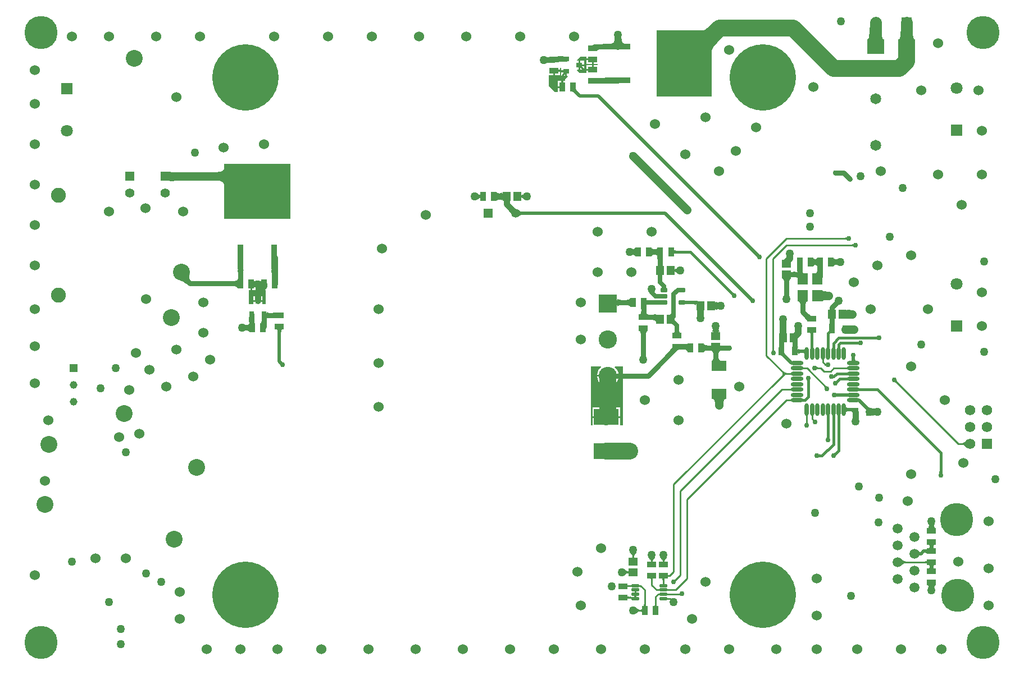
<source format=gbl>
G04*
G04 #@! TF.GenerationSoftware,Altium Limited,Altium Designer,24.6.1 (21)*
G04*
G04 Layer_Physical_Order=4*
G04 Layer_Color=16711680*
%FSLAX25Y25*%
%MOIN*%
G70*
G04*
G04 #@! TF.SameCoordinates,65BBE5AF-797C-4DEE-A542-627196F68B12*
G04*
G04*
G04 #@! TF.FilePolarity,Positive*
G04*
G01*
G75*
%ADD12C,0.01000*%
%ADD25R,0.08583X0.06378*%
%ADD26R,0.05315X0.03347*%
%ADD27R,0.03347X0.05315*%
%ADD30R,0.05733X0.05136*%
%ADD31R,0.05136X0.05733*%
%ADD44C,0.05315*%
%ADD45R,0.05315X0.05315*%
%ADD48R,0.06181X0.06181*%
%ADD49C,0.06181*%
%ADD53R,0.05512X0.05512*%
%ADD54C,0.05512*%
%ADD60C,0.10827*%
%ADD61R,0.10827X0.10827*%
%ADD62C,0.10000*%
%ADD63C,0.01500*%
%ADD64C,0.05000*%
%ADD65C,0.02000*%
%ADD66C,0.03500*%
%ADD67C,0.03000*%
%ADD69C,0.04000*%
%ADD72C,0.04598*%
%ADD73R,0.04598X0.04598*%
%ADD74C,0.39370*%
%ADD75R,0.07087X0.07087*%
%ADD76C,0.07087*%
%ADD77R,0.06496X0.06496*%
%ADD78C,0.06496*%
%ADD79C,0.05906*%
%ADD80C,0.19685*%
%ADD81C,0.08858*%
%ADD82C,0.06000*%
%ADD83C,0.03000*%
%ADD84C,0.10000*%
%ADD85C,0.05000*%
G04:AMPARAMS|DCode=87|XSize=17.72mil|YSize=45.28mil|CornerRadius=1.95mil|HoleSize=0mil|Usage=FLASHONLY|Rotation=90.000|XOffset=0mil|YOffset=0mil|HoleType=Round|Shape=RoundedRectangle|*
%AMROUNDEDRECTD87*
21,1,0.01772,0.04138,0,0,90.0*
21,1,0.01382,0.04528,0,0,90.0*
1,1,0.00390,0.02069,0.00691*
1,1,0.00390,0.02069,-0.00691*
1,1,0.00390,-0.02069,-0.00691*
1,1,0.00390,-0.02069,0.00691*
%
%ADD87ROUNDEDRECTD87*%
%ADD88R,0.15158X0.03740*%
%ADD89R,0.33071X0.39764*%
%ADD90R,0.03740X0.15158*%
%ADD91R,0.39764X0.33071*%
%ADD92R,0.03765X0.04749*%
%ADD93R,0.09843X0.08661*%
%ADD94R,0.03150X0.03543*%
%ADD95R,0.03543X0.03150*%
%ADD96R,0.14567X0.09646*%
G04:AMPARAMS|DCode=97|XSize=23.62mil|YSize=39.37mil|CornerRadius=2.01mil|HoleSize=0mil|Usage=FLASHONLY|Rotation=270.000|XOffset=0mil|YOffset=0mil|HoleType=Round|Shape=RoundedRectangle|*
%AMROUNDEDRECTD97*
21,1,0.02362,0.03535,0,0,270.0*
21,1,0.01961,0.03937,0,0,270.0*
1,1,0.00402,-0.01768,-0.00980*
1,1,0.00402,-0.01768,0.00980*
1,1,0.00402,0.01768,0.00980*
1,1,0.00402,0.01768,-0.00980*
%
%ADD97ROUNDEDRECTD97*%
%ADD98O,0.02362X0.07677*%
%ADD99O,0.07677X0.02362*%
%ADD100R,0.05906X0.06693*%
%ADD101C,0.02500*%
%ADD102C,0.07000*%
G36*
X524752Y480523D02*
X523301Y479054D01*
X518521Y473620D01*
X518061Y472916D01*
X517765Y472340D01*
X517634Y471891D01*
X517669Y471570D01*
X512074Y483858D01*
X512245Y483673D01*
X512523Y483634D01*
X512909Y483739D01*
X513403Y483989D01*
X514004Y484385D01*
X514712Y484925D01*
X516452Y486440D01*
X518622Y488535D01*
X524752Y480523D01*
D02*
G37*
G36*
X618262Y483989D02*
X618473Y480839D01*
X618600Y480069D01*
X618755Y479439D01*
X618939Y478949D01*
X619150Y478599D01*
X619389Y478389D01*
X619657Y478319D01*
X609839D01*
X610107Y478389D01*
X610346Y478599D01*
X610558Y478949D01*
X610741Y479439D01*
X610896Y480069D01*
X611023Y480839D01*
X611121Y481749D01*
X611234Y483989D01*
X611248Y485319D01*
X618248D01*
X618262Y483989D01*
D02*
G37*
G36*
X636805Y483403D02*
X636977Y480839D01*
X637104Y480069D01*
X637259Y479439D01*
X637442Y478949D01*
X637654Y478599D01*
X637893Y478389D01*
X638161Y478319D01*
X636870D01*
X636882Y477439D01*
X629622D01*
X629647Y477565D01*
X629669Y477888D01*
X629676Y478319D01*
X628343D01*
X628611Y478389D01*
X628850Y478599D01*
X629061Y478949D01*
X629245Y479439D01*
X629400Y480069D01*
X629527Y480839D01*
X629625Y481749D01*
X629738Y483989D01*
X629745Y484699D01*
X629752Y487571D01*
X636752D01*
X636805Y483403D01*
D02*
G37*
G36*
X464004Y479096D02*
X464064Y478414D01*
X464164Y477812D01*
X464304Y477290D01*
X464484Y476849D01*
X464704Y476488D01*
X464964Y476207D01*
X465264Y476007D01*
X465604Y475886D01*
X465984Y475846D01*
X457984D01*
X458364Y475886D01*
X458704Y476007D01*
X459004Y476207D01*
X459264Y476488D01*
X459484Y476849D01*
X459664Y477290D01*
X459804Y477812D01*
X459904Y478414D01*
X459964Y479096D01*
X459984Y479858D01*
X463984D01*
X464004Y479096D01*
D02*
G37*
G36*
X454418Y472142D02*
X454388Y472210D01*
X454297Y472271D01*
X454147Y472325D01*
X453937Y472371D01*
X453667Y472410D01*
X452948Y472468D01*
X452056Y472486D01*
X451116Y472396D01*
X450726Y472314D01*
X450395Y472210D01*
X450126Y472082D01*
X449916Y471931D01*
X449765Y471757D01*
X449676Y471559D01*
X449646Y471339D01*
Y474661D01*
X449676Y474821D01*
X449765Y474963D01*
X449916Y475089D01*
X450126Y475198D01*
X450395Y475290D01*
X450726Y475366D01*
X451116Y475424D01*
X451417Y475453D01*
Y475500D01*
X451988Y475504D01*
X453937Y475629D01*
X454147Y475675D01*
X454297Y475729D01*
X454388Y475790D01*
X454418Y475858D01*
Y472142D01*
D02*
G37*
G36*
X421354Y467501D02*
X421500Y467500D01*
Y464500D01*
X421218Y464498D01*
X420336Y464437D01*
X420177Y464410D01*
X420043Y464377D01*
X419932Y464340D01*
X419847Y464297D01*
X419785Y464250D01*
Y464507D01*
X418355Y464500D01*
Y467500D01*
X418925Y467504D01*
X419785Y467567D01*
Y467750D01*
X419847Y467702D01*
X419932Y467660D01*
X420043Y467623D01*
X420158Y467595D01*
X420875Y467647D01*
X421084Y467700D01*
X421235Y467762D01*
X421324Y467832D01*
X421354Y467909D01*
Y467501D01*
D02*
G37*
G36*
X429303Y468202D02*
X429645Y468240D01*
Y465240D01*
X429303Y465236D01*
Y465177D01*
X429273Y465189D01*
X429183Y465200D01*
X429033Y465209D01*
X428781Y465212D01*
X427726Y465136D01*
X427395Y465077D01*
X427126Y465005D01*
X426916Y464920D01*
X426765Y464822D01*
X426676Y464711D01*
X426646Y464587D01*
Y465236D01*
X426303Y465240D01*
Y468240D01*
X429303Y468303D01*
Y468202D01*
D02*
G37*
G36*
X443342Y467004D02*
X447000D01*
Y466504D01*
X447500D01*
Y463831D01*
X450000D01*
Y462921D01*
X447500D01*
Y460248D01*
X447000D01*
Y459748D01*
X443342D01*
Y458500D01*
X439000D01*
X437537Y459963D01*
X437728Y460425D01*
X438437D01*
Y463000D01*
Y465575D01*
X437728D01*
X437537Y466037D01*
X439500Y468000D01*
X443342D01*
Y467004D01*
D02*
G37*
G36*
X454418Y452142D02*
X454388Y452163D01*
X454297Y452181D01*
X454147Y452198D01*
X453667Y452224D01*
X452418Y452240D01*
X449646Y452091D01*
Y455413D01*
X449676Y455383D01*
X449765Y455355D01*
X449916Y455331D01*
X450126Y455310D01*
X451116Y455267D01*
X451990Y455258D01*
X453337Y455349D01*
X453667Y455404D01*
X453937Y455470D01*
X454147Y455549D01*
X454297Y455640D01*
X454388Y455743D01*
X454418Y455858D01*
Y452142D01*
D02*
G37*
G36*
X428291Y459760D02*
X431063D01*
Y459260D01*
X431563D01*
Y456685D01*
X432032D01*
X432223Y456223D01*
X430500Y454500D01*
Y453657D01*
X429252D01*
Y450000D01*
X428752D01*
Y449500D01*
X426079D01*
Y447000D01*
X424500D01*
X421000Y450500D01*
Y457079D01*
X423500D01*
Y459752D01*
X424000D01*
Y460252D01*
X427658D01*
Y461500D01*
X428291D01*
Y459760D01*
D02*
G37*
G36*
X436773Y449777D02*
X436709Y449603D01*
X436704Y449398D01*
X436757Y449162D01*
X436870Y448894D01*
X437043Y448596D01*
X437274Y448266D01*
X437565Y447906D01*
X438323Y447091D01*
X436646Y445940D01*
X436246Y446326D01*
X435525Y446935D01*
X435203Y447158D01*
X434907Y447328D01*
X434638Y447443D01*
X434394Y447505D01*
X434176Y447513D01*
X433983Y447467D01*
X433817Y447367D01*
X436897Y449919D01*
X436773Y449777D01*
D02*
G37*
G36*
X195975Y399619D02*
X196125Y399577D01*
X196375Y399541D01*
X196725Y399509D01*
X199125Y399431D01*
X200925Y399421D01*
Y394421D01*
X195925Y394177D01*
Y399665D01*
X195975Y399619D01*
D02*
G37*
G36*
X228142Y391921D02*
X228092Y392396D01*
X227942Y392821D01*
X227691Y393196D01*
X227340Y393521D01*
X226889Y393796D01*
X226338Y394021D01*
X225686Y394196D01*
X224934Y394321D01*
X224082Y394396D01*
X223130Y394421D01*
Y399421D01*
X224082Y399446D01*
X224934Y399521D01*
X225686Y399646D01*
X226338Y399821D01*
X226889Y400046D01*
X227340Y400321D01*
X227691Y400646D01*
X227942Y401021D01*
X228092Y401446D01*
X228142Y401921D01*
Y391921D01*
D02*
G37*
G36*
X241783Y396550D02*
X241877Y396152D01*
X242033Y395726D01*
X242252Y395274D01*
X242533Y394796D01*
X242876Y394291D01*
X243282Y393760D01*
X244280Y392618D01*
X244873Y392007D01*
X244166Y391300D01*
X243555Y391893D01*
X241882Y393297D01*
X241377Y393640D01*
X240899Y393921D01*
X240447Y394140D01*
X240022Y394296D01*
X239623Y394390D01*
X239250Y394421D01*
X241752Y396923D01*
X241783Y396550D01*
D02*
G37*
G36*
X393271Y386752D02*
X393409Y386750D01*
Y383250D01*
X393271Y383248D01*
Y382146D01*
X393236Y382355D01*
X393131Y382543D01*
X392956Y382709D01*
X392711Y382852D01*
X392396Y382974D01*
X392011Y383073D01*
X391599Y383143D01*
X391169Y383107D01*
X390784Y383026D01*
X390469Y382928D01*
X390224Y382811D01*
X390049Y382677D01*
X389944Y382525D01*
X389909Y382354D01*
Y383245D01*
X389772Y383250D01*
Y386750D01*
X389909Y386752D01*
Y387646D01*
X389944Y387475D01*
X390049Y387323D01*
X390224Y387189D01*
X390469Y387072D01*
X390784Y386974D01*
X391169Y386893D01*
X391513Y386846D01*
X391556Y386849D01*
X392011Y386927D01*
X392396Y387026D01*
X392711Y387148D01*
X392956Y387291D01*
X393131Y387457D01*
X393236Y387645D01*
X393271Y387855D01*
Y386752D01*
D02*
G37*
G36*
X406215Y383250D02*
X405972Y383488D01*
X405505Y383888D01*
X405280Y384050D01*
X405061Y384188D01*
X404853Y384297D01*
X404808Y384255D01*
X404757Y384180D01*
X404727Y384095D01*
X404717Y384000D01*
Y384355D01*
X404640Y384387D01*
X404437Y384450D01*
X404241Y384488D01*
X404050Y384500D01*
Y385500D01*
X404241Y385512D01*
X404437Y385550D01*
X404640Y385613D01*
X404717Y385645D01*
Y386000D01*
X404727Y385905D01*
X404757Y385820D01*
X404808Y385745D01*
X404853Y385703D01*
X405061Y385812D01*
X405280Y385950D01*
X405505Y386112D01*
X405736Y386300D01*
X406215Y386750D01*
Y383250D01*
D02*
G37*
G36*
X379028Y386512D02*
X379495Y386112D01*
X379720Y385950D01*
X379939Y385812D01*
X380026Y385767D01*
X380062Y385820D01*
X380093Y385905D01*
X380103Y386000D01*
Y385726D01*
X380153Y385700D01*
X380360Y385613D01*
X380562Y385550D01*
X380759Y385512D01*
X380949Y385500D01*
Y384500D01*
X380759Y384488D01*
X380562Y384450D01*
X380360Y384387D01*
X380153Y384300D01*
X380103Y384274D01*
Y384000D01*
X380093Y384095D01*
X380062Y384180D01*
X380026Y384233D01*
X379939Y384188D01*
X379720Y384050D01*
X379495Y383888D01*
X379264Y383700D01*
X378785Y383250D01*
Y386750D01*
X379028Y386512D01*
D02*
G37*
G36*
X403142Y376697D02*
X403325Y376551D01*
X403517Y376421D01*
X403719Y376310D01*
X403930Y376215D01*
X404151Y376138D01*
X404381Y376077D01*
X404620Y376034D01*
X404814Y376014D01*
X406007Y376000D01*
Y374000D01*
X405347Y373998D01*
X404492Y373943D01*
X404381Y373923D01*
X404151Y373862D01*
X403930Y373785D01*
X403719Y373690D01*
X403517Y373579D01*
X403325Y373449D01*
X403142Y373303D01*
X402969Y373140D01*
Y373845D01*
X402388Y373807D01*
X402308Y373762D01*
Y376238D01*
X402388Y376193D01*
X402532Y376152D01*
X402741Y376117D01*
X402969Y376091D01*
Y376860D01*
X403142Y376697D01*
D02*
G37*
G36*
X399982Y378566D02*
X401004Y377668D01*
X401044Y377657D01*
X398413Y375027D01*
X398403Y375067D01*
X398369Y375127D01*
X398313Y375206D01*
X398235Y375305D01*
X397865Y375717D01*
X397292Y376304D01*
X399767Y378779D01*
X399982Y378566D01*
D02*
G37*
G36*
X597929Y358950D02*
X597819Y359054D01*
X597707Y359148D01*
X597590Y359230D01*
X597471Y359302D01*
X597348Y359363D01*
X597223Y359412D01*
X597093Y359451D01*
X596961Y359478D01*
X596825Y359494D01*
X596686Y359500D01*
Y360500D01*
X596825Y360506D01*
X596961Y360522D01*
X597093Y360549D01*
X597223Y360588D01*
X597348Y360637D01*
X597471Y360698D01*
X597590Y360770D01*
X597707Y360852D01*
X597819Y360946D01*
X597929Y361050D01*
Y358950D01*
D02*
G37*
G36*
X601929Y354950D02*
X601819Y355054D01*
X601707Y355148D01*
X601590Y355230D01*
X601471Y355302D01*
X601348Y355363D01*
X601223Y355412D01*
X601093Y355451D01*
X600961Y355478D01*
X600825Y355494D01*
X600686Y355500D01*
Y356500D01*
X600825Y356505D01*
X600961Y356522D01*
X601093Y356550D01*
X601223Y356588D01*
X601348Y356638D01*
X601471Y356698D01*
X601590Y356769D01*
X601707Y356852D01*
X601819Y356945D01*
X601929Y357050D01*
Y354950D01*
D02*
G37*
G36*
X472091Y353508D02*
X472218Y353502D01*
X472500Y353500D01*
Y350500D01*
X472218Y350498D01*
X472091Y350489D01*
Y349355D01*
X472061Y349572D01*
X471971Y349767D01*
X471821Y349939D01*
X471611Y350088D01*
X471341Y350214D01*
X471011Y350317D01*
X470922Y350335D01*
X470847Y350297D01*
X470785Y350250D01*
Y350363D01*
X470621Y350397D01*
X470171Y350454D01*
X469661Y350488D01*
X469091Y350500D01*
Y353500D01*
X469661Y353512D01*
X470621Y353603D01*
X470785Y353637D01*
Y353750D01*
X470847Y353702D01*
X470922Y353665D01*
X471011Y353683D01*
X471341Y353786D01*
X471611Y353912D01*
X471821Y354061D01*
X471971Y354233D01*
X472061Y354428D01*
X472091Y354645D01*
Y353508D01*
D02*
G37*
G36*
X485339Y349355D02*
X488661D01*
X488631Y349324D01*
X488603Y349235D01*
X488579Y349084D01*
X488558Y348874D01*
X488515Y347884D01*
X488500Y346355D01*
X485500D01*
X485339Y349355D01*
X485309Y349572D01*
X485219Y349767D01*
X485069Y349939D01*
X484859Y350088D01*
X484589Y350214D01*
X484259Y350317D01*
X483869Y350397D01*
X483659Y350424D01*
X483379Y350397D01*
X482989Y350317D01*
X482659Y350214D01*
X482389Y350088D01*
X482179Y349939D01*
X482029Y349767D01*
X481939Y349572D01*
X481909Y349355D01*
Y354645D01*
X481939Y354428D01*
X482029Y354233D01*
X482179Y354061D01*
X482389Y353912D01*
X482659Y353786D01*
X482989Y353683D01*
X483379Y353603D01*
X483589Y353576D01*
X483869Y353603D01*
X484259Y353683D01*
X484589Y353786D01*
X484859Y353912D01*
X485069Y354061D01*
X485219Y354233D01*
X485309Y354428D01*
X485339Y354645D01*
Y349355D01*
D02*
G37*
G36*
X495160Y353442D02*
X495206Y353315D01*
X495281Y353202D01*
X495387Y353105D01*
X495523Y353022D01*
X495690Y352955D01*
X495886Y352902D01*
X496113Y352865D01*
X496370Y352842D01*
X496657Y352835D01*
Y351335D01*
X496370Y351327D01*
X496113Y351305D01*
X495886Y351267D01*
X495690Y351215D01*
X495523Y351147D01*
X495387Y351065D01*
X495281Y350967D01*
X495206Y350855D01*
X495160Y350727D01*
X495145Y350585D01*
Y353585D01*
X495160Y353442D01*
D02*
G37*
G36*
X545985Y350500D02*
X544500Y349015D01*
X544494Y349035D01*
X544475Y349066D01*
X544443Y349108D01*
X544342Y349226D01*
X543987Y349599D01*
X543866Y349720D01*
X545280Y351134D01*
X545985Y350500D01*
D02*
G37*
G36*
X580091Y347528D02*
X580339Y347512D01*
X580909Y347500D01*
Y344500D01*
X580339Y344489D01*
X580091Y344465D01*
Y343355D01*
X583413D01*
X583383Y343324D01*
X583355Y343234D01*
X583331Y343085D01*
X583310Y342875D01*
X583266Y341884D01*
X583260Y341159D01*
X583272Y339335D01*
X578752Y339322D01*
X579037Y339353D01*
X579292Y339444D01*
X579517Y339595D01*
X579712Y339806D01*
X579877Y340077D01*
X580012Y340409D01*
X580117Y340800D01*
X580192Y341251D01*
X580199Y341335D01*
X580091Y343355D01*
X580061Y343572D01*
X579971Y343767D01*
X579821Y343939D01*
X579611Y344088D01*
X579341Y344214D01*
X579011Y344317D01*
X579000Y344319D01*
X578989Y344317D01*
X578659Y344214D01*
X578389Y344088D01*
X578179Y343939D01*
X578029Y343767D01*
X577939Y343572D01*
X577909Y343355D01*
Y344472D01*
X577661Y344489D01*
X577091Y344500D01*
Y347500D01*
X577661Y347512D01*
X577909Y347535D01*
Y348645D01*
X577939Y348428D01*
X578029Y348233D01*
X578179Y348061D01*
X578389Y347912D01*
X578659Y347786D01*
X578989Y347683D01*
X579000Y347681D01*
X579011Y347683D01*
X579341Y347786D01*
X579611Y347912D01*
X579821Y348061D01*
X579971Y348233D01*
X580061Y348428D01*
X580091Y348645D01*
Y347528D01*
D02*
G37*
G36*
X589939Y348428D02*
X590029Y348233D01*
X590179Y348061D01*
X590389Y347912D01*
X590659Y347786D01*
X590989Y347683D01*
X591379Y347603D01*
X591678Y347565D01*
X591823Y347590D01*
X591957Y347622D01*
X592068Y347660D01*
X592153Y347703D01*
X592215Y347750D01*
Y347520D01*
X592339Y347512D01*
X592909Y347500D01*
Y344500D01*
X592339Y344489D01*
X592215Y344477D01*
Y344250D01*
X592153Y344298D01*
X592068Y344340D01*
X591957Y344377D01*
X591823Y344410D01*
X591714Y344429D01*
X591379Y344397D01*
X590989Y344317D01*
X590659Y344214D01*
X590389Y344088D01*
X590179Y343939D01*
X590029Y343767D01*
X589939Y343572D01*
X589909Y343355D01*
Y348645D01*
X589939Y348428D01*
D02*
G37*
G36*
X497215Y339250D02*
X496973Y339488D01*
X496505Y339887D01*
X496280Y340050D01*
X496061Y340188D01*
X495853Y340297D01*
X495808Y340255D01*
X495757Y340180D01*
X495727Y340095D01*
X495717Y340000D01*
Y340355D01*
X495640Y340388D01*
X495437Y340450D01*
X495241Y340488D01*
X495050Y340500D01*
Y341500D01*
X495241Y341512D01*
X495437Y341550D01*
X495640Y341613D01*
X495717Y341645D01*
Y342000D01*
X495727Y341905D01*
X495757Y341820D01*
X495808Y341745D01*
X495853Y341703D01*
X496061Y341812D01*
X496280Y341950D01*
X496505Y342112D01*
X496736Y342300D01*
X497215Y342750D01*
Y339250D01*
D02*
G37*
G36*
X571383Y343324D02*
X571355Y343234D01*
X571331Y343085D01*
X571310Y342875D01*
X571267Y341884D01*
X571266Y341809D01*
X571267Y341763D01*
X571312Y341252D01*
X571387Y340800D01*
X571492Y340409D01*
X571627Y340078D01*
X571792Y339807D01*
X571987Y339595D01*
X572212Y339444D01*
X572467Y339353D01*
X572752Y339322D01*
X568728Y339335D01*
X568567Y340354D01*
X568252D01*
X568091Y343355D01*
X571413D01*
X571383Y343324D01*
D02*
G37*
G36*
X203507Y339953D02*
X203527Y339892D01*
X203561Y339818D01*
X203609Y339731D01*
X203746Y339515D01*
X203937Y339246D01*
X204183Y338923D01*
X201817D01*
X201947Y339091D01*
X202439Y339818D01*
X202473Y339892D01*
X202493Y339953D01*
X202500Y340000D01*
X203500D01*
X203507Y339953D01*
D02*
G37*
G36*
X259885Y341398D02*
X259909Y341293D01*
X259929Y341118D01*
X259963Y340558D01*
X259998Y337933D01*
X256498D01*
X256494Y338598D01*
X256324Y341118D01*
X256270Y341293D01*
X256210Y341398D01*
X256142Y341433D01*
X259858D01*
X259885Y341398D01*
D02*
G37*
G36*
X566298Y340318D02*
X567259Y340238D01*
X567649Y340169D01*
X567978Y340079D01*
X568249Y339970D01*
X568459Y339841D01*
X568609Y339692D01*
X568699Y339523D01*
X568728Y339335D01*
Y335828D01*
X568699Y336113D01*
X568609Y336368D01*
X568459Y336593D01*
X568249Y336788D01*
X567978Y336953D01*
X567649Y337088D01*
X567259Y337193D01*
X566809Y337268D01*
X566298Y337313D01*
X565729Y337328D01*
Y340328D01*
X566298Y340318D01*
D02*
G37*
G36*
X581937Y335933D02*
X581726Y335905D01*
X580860Y335735D01*
X580782Y335705D01*
X580724Y335676D01*
X580684Y335647D01*
X579977Y336353D01*
X580007Y336393D01*
X580036Y336451D01*
X580065Y336529D01*
X580094Y336626D01*
X580152Y336876D01*
X580208Y337203D01*
X580264Y337607D01*
X581937Y335933D01*
D02*
G37*
G36*
X571274Y337901D02*
X571376Y337484D01*
X571440Y337291D01*
X571514Y337109D01*
X571597Y336937D01*
X571690Y336775D01*
X571792Y336624D01*
X571903Y336484D01*
X572023Y336353D01*
X571316Y335647D01*
X571186Y335767D01*
X571045Y335878D01*
X570894Y335979D01*
X570732Y336072D01*
X570561Y336155D01*
X570378Y336229D01*
X570185Y336294D01*
X569982Y336349D01*
X569768Y336395D01*
X569544Y336432D01*
X571237Y338126D01*
X571274Y337901D01*
D02*
G37*
G36*
X239790Y341403D02*
X239729Y341313D01*
X239675Y341163D01*
X239629Y340953D01*
X239590Y340683D01*
X239532Y339963D01*
X239500Y338433D01*
X239494D01*
X239413Y335646D01*
X236091D01*
X236169Y335676D01*
X236238Y335766D01*
X236299Y335915D01*
X236353Y336125D01*
X236398Y336396D01*
X236435Y336725D01*
X236484Y337565D01*
X236499Y338583D01*
X236496Y339003D01*
X236371Y340953D01*
X236325Y341163D01*
X236271Y341313D01*
X236210Y341403D01*
X236142Y341433D01*
X239858D01*
X239790Y341403D01*
D02*
G37*
G36*
X564597Y336241D02*
X564367Y336152D01*
X564164Y336001D01*
X563988Y335791D01*
X563839Y335522D01*
X563717Y335191D01*
X563622Y334802D01*
X563554Y334351D01*
X563514Y333841D01*
X563500Y333272D01*
X560500D01*
X560486Y333841D01*
X560446Y334351D01*
X560378Y334802D01*
X560283Y335191D01*
X560161Y335522D01*
X560012Y335791D01*
X559836Y336001D01*
X559633Y336152D01*
X559403Y336241D01*
X559145Y336272D01*
X564854D01*
X564597Y336241D01*
D02*
G37*
G36*
X207656Y338056D02*
X207579Y337589D01*
X207551Y337137D01*
X207572Y336701D01*
X207641Y336280D01*
X207759Y335874D01*
X207925Y335484D01*
X208140Y335109D01*
X208404Y334749D01*
X208717Y334404D01*
X205934Y332945D01*
X205633Y333225D01*
X205304Y333492D01*
X204946Y333748D01*
X204559Y333991D01*
X204144Y334221D01*
X203226Y334646D01*
X202724Y334840D01*
X201634Y335190D01*
X207781Y338538D01*
X207656Y338056D01*
D02*
G37*
G36*
X236091Y330354D02*
X236061Y330619D01*
X235971Y330856D01*
X235821Y331065D01*
X235611Y331246D01*
X235341Y331400D01*
X235011Y331525D01*
X234621Y331623D01*
X234171Y331692D01*
X233661Y331734D01*
X233091Y331748D01*
Y334748D01*
X233661Y334757D01*
X234621Y334829D01*
X235011Y334892D01*
X235341Y334972D01*
X235611Y335071D01*
X235821Y335188D01*
X235971Y335322D01*
X236061Y335475D01*
X236091Y335646D01*
Y330354D01*
D02*
G37*
G36*
X530092Y327973D02*
X530314Y327785D01*
X530420Y327709D01*
X530523Y327644D01*
X530622Y327592D01*
X530718Y327551D01*
X530810Y327522D01*
X530899Y327505D01*
X530985Y327500D01*
X529500Y326015D01*
X529495Y326101D01*
X529478Y326190D01*
X529449Y326282D01*
X529408Y326378D01*
X529356Y326477D01*
X529291Y326580D01*
X529215Y326686D01*
X529127Y326796D01*
X528915Y327025D01*
X529975Y328085D01*
X530092Y327973D01*
D02*
G37*
G36*
X563503Y327218D02*
X563562Y326337D01*
X563590Y326177D01*
X563623Y326043D01*
X563660Y325932D01*
X563702Y325847D01*
X563750Y325785D01*
X560250D01*
X560297Y325847D01*
X560340Y325932D01*
X560378Y326043D01*
X560410Y326177D01*
X560437Y326337D01*
X560477Y326729D01*
X560498Y327218D01*
X560500Y327500D01*
X563500D01*
X563503Y327218D01*
D02*
G37*
G36*
X541985Y324500D02*
X540500Y323015D01*
X540494Y323035D01*
X540475Y323066D01*
X540443Y323108D01*
X540342Y323226D01*
X539987Y323599D01*
X539866Y323720D01*
X541280Y325134D01*
X541985Y324500D01*
D02*
G37*
G36*
X583309Y329176D02*
X583421Y329034D01*
X583607Y328909D01*
X583868Y328800D01*
X584204Y328709D01*
X584614Y328633D01*
X585098Y328575D01*
X586292Y328508D01*
X587000Y328500D01*
Y323500D01*
X586292Y323492D01*
X584614Y323366D01*
X584204Y323291D01*
X583868Y323200D01*
X583607Y323091D01*
X583421Y322966D01*
X583309Y322824D01*
X583272Y322666D01*
Y329334D01*
X583309Y329176D01*
D02*
G37*
G36*
X249079Y333500D02*
X251752D01*
Y333000D01*
X252252D01*
Y329343D01*
X253000D01*
Y321000D01*
X250835D01*
Y322374D01*
X245685D01*
Y321000D01*
X243000D01*
Y329343D01*
X243748D01*
Y333000D01*
X244248D01*
Y333500D01*
X246921D01*
Y335000D01*
X249079D01*
Y333500D01*
D02*
G37*
G36*
X501942Y323101D02*
X502011Y323080D01*
X502119Y323061D01*
X502265Y323045D01*
X502939Y323011D01*
X503964Y323000D01*
Y321000D01*
X503583Y320999D01*
X501942Y320899D01*
X501912Y320875D01*
Y323125D01*
X501942Y323101D01*
D02*
G37*
G36*
X508272Y322854D02*
X508283Y320000D01*
X508263Y320190D01*
X508202Y320360D01*
X508101Y320510D01*
X507960Y320640D01*
X507778Y320750D01*
X507557Y320840D01*
X507296Y320910D01*
X506994Y320960D01*
X506653Y320990D01*
X506272Y321000D01*
Y323000D01*
X508272Y322854D01*
D02*
G37*
G36*
X574336Y322636D02*
X574091Y322546D01*
X573875Y322396D01*
X573688Y322186D01*
X573529Y321916D01*
X573400Y321586D01*
X573299Y321196D01*
X573227Y320746D01*
X573184Y320236D01*
X573169Y319666D01*
X570169D01*
X570155Y320236D01*
X570112Y320746D01*
X570040Y321196D01*
X569939Y321586D01*
X569809Y321916D01*
X569651Y322186D01*
X569463Y322396D01*
X569247Y322546D01*
X569002Y322636D01*
X568728Y322666D01*
X574610D01*
X574336Y322636D01*
D02*
G37*
G36*
X509225Y322325D02*
X509301Y322295D01*
X509410Y322263D01*
X509726Y322193D01*
X510447Y322073D01*
X511090Y321983D01*
X510346Y321238D01*
X510697Y320851D01*
X511181Y320354D01*
X510474Y319647D01*
X510215Y319902D01*
X509576Y320468D01*
X508845Y319737D01*
X508799Y320076D01*
X508502Y321603D01*
X508474Y321646D01*
X509181Y322354D01*
X509225Y322325D01*
D02*
G37*
G36*
X469091Y319355D02*
X469061Y319572D01*
X468971Y319767D01*
X468821Y319939D01*
X468611Y320088D01*
X468341Y320214D01*
X468011Y320317D01*
X467621Y320397D01*
X467171Y320454D01*
X466661Y320489D01*
X466091Y320500D01*
Y323500D01*
X466661Y323512D01*
X467621Y323603D01*
X468011Y323683D01*
X468341Y323786D01*
X468611Y323912D01*
X468821Y324061D01*
X468971Y324233D01*
X469061Y324428D01*
X469091Y324645D01*
Y319355D01*
D02*
G37*
G36*
X461419Y324715D02*
X461510Y324460D01*
X461660Y324235D01*
X461871Y324040D01*
X462142Y323875D01*
X462474Y323740D01*
X462865Y323635D01*
X463317Y323560D01*
X463829Y323515D01*
X464401Y323500D01*
Y320500D01*
X463829Y320485D01*
X463317Y320440D01*
X462865Y320365D01*
X462474Y320260D01*
X462142Y320125D01*
X461871Y319960D01*
X461660Y319765D01*
X461510Y319540D01*
X461419Y319285D01*
X461389Y319000D01*
Y325000D01*
X461419Y324715D01*
D02*
G37*
G36*
X519761Y322692D02*
X519859Y322547D01*
X520023Y322419D01*
X520252Y322308D01*
X520546Y322214D01*
X520906Y322137D01*
X521332Y322077D01*
X521822Y322034D01*
X523000Y322000D01*
Y318000D01*
X522378Y317991D01*
X520906Y317863D01*
X520546Y317786D01*
X520252Y317692D01*
X520023Y317581D01*
X519859Y317453D01*
X519761Y317308D01*
X519729Y317145D01*
Y322854D01*
X519761Y322692D01*
D02*
G37*
G36*
X478879Y319324D02*
X478851Y319234D01*
X478827Y319085D01*
X478806Y318875D01*
X478762Y317884D01*
X478757Y317335D01*
X478829Y316379D01*
X478892Y315989D01*
X478972Y315659D01*
X479071Y315389D01*
X479188Y315179D01*
X479322Y315029D01*
X479475Y314939D01*
X479645Y314909D01*
X474355D01*
X474619Y314939D01*
X474856Y315029D01*
X475065Y315179D01*
X475246Y315389D01*
X475400Y315659D01*
X475525Y315989D01*
X475623Y316379D01*
X475692Y316829D01*
X475710Y317052D01*
X475587Y319355D01*
X478909D01*
X478879Y319324D01*
D02*
G37*
G36*
X495901Y314855D02*
X492500Y314843D01*
X492737Y314868D01*
X492950Y314944D01*
X493138Y315071D01*
X493300Y315247D01*
X493437Y315473D01*
X493550Y315749D01*
X493638Y316075D01*
X493700Y316452D01*
X493738Y316878D01*
X493750Y317354D01*
X496250D01*
X495901Y314855D01*
D02*
G37*
G36*
X253593Y316567D02*
X253683Y316395D01*
X253833Y316244D01*
X254043Y316112D01*
X254313Y316001D01*
X254643Y315910D01*
X255033Y315839D01*
X255483Y315789D01*
X255779Y315771D01*
X258354Y315909D01*
Y312587D01*
X258325Y312617D01*
X258235Y312645D01*
X258085Y312669D01*
X257874Y312690D01*
X256885Y312734D01*
X255354Y312748D01*
Y312946D01*
X253563Y313240D01*
Y316760D01*
X253593Y316567D01*
D02*
G37*
G36*
X597761Y317787D02*
X597859Y317727D01*
X598023Y317674D01*
X598252Y317628D01*
X598546Y317589D01*
X599332Y317532D01*
X601000Y317500D01*
Y312500D01*
X600378Y312496D01*
X598252Y312372D01*
X598023Y312326D01*
X597859Y312273D01*
X597761Y312213D01*
X597728Y312145D01*
Y317854D01*
X597761Y317787D01*
D02*
G37*
G36*
X487354Y312353D02*
X486647Y311647D01*
X486634Y311649D01*
X486602Y311654D01*
X485609Y311755D01*
X487245Y313390D01*
X487354Y312353D01*
D02*
G37*
G36*
X574690Y315453D02*
X575771Y314540D01*
X576253Y314205D01*
X576697Y313952D01*
X577102Y313779D01*
X577468Y313687D01*
X577795Y313676D01*
X578084Y313746D01*
X578333Y313897D01*
X574355Y310587D01*
X574333Y310786D01*
X574270Y311009D01*
X574164Y311256D01*
X574015Y311526D01*
X573824Y311820D01*
X573591Y312138D01*
X572997Y312844D01*
X572233Y313646D01*
X574091Y316031D01*
X574690Y315453D01*
D02*
G37*
G36*
X479675Y314879D02*
X479766Y314851D01*
X479916Y314827D01*
X480126Y314806D01*
X481115Y314762D01*
X481697Y314757D01*
X484444Y314855D01*
X484456Y310248D01*
X484425Y310533D01*
X484334Y310788D01*
X484183Y311013D01*
X483972Y311208D01*
X483701Y311373D01*
X483370Y311508D01*
X482978Y311613D01*
X482527Y311688D01*
X482149Y311721D01*
X479645Y311587D01*
Y314909D01*
X479675Y314879D01*
D02*
G37*
G36*
X253551Y313210D02*
X253540Y313120D01*
X253531Y312970D01*
X253500Y310240D01*
X253026D01*
X252909Y309646D01*
X249587D01*
X249760Y309676D01*
X249916Y309766D01*
X250052Y309915D01*
X250171Y310125D01*
X250272Y310396D01*
X250354Y310725D01*
X250418Y311116D01*
X250464Y311565D01*
X250469Y311726D01*
X250437Y313240D01*
X253563D01*
X253551Y313210D01*
D02*
G37*
G36*
X246071D02*
X246060Y313120D01*
X246051Y312970D01*
X246038Y311871D01*
X246161Y310125D01*
X246213Y309915D01*
X246271Y309766D01*
X246338Y309676D01*
X246413Y309646D01*
X243091D01*
Y304355D01*
X243061Y304572D01*
X242971Y304767D01*
X242821Y304939D01*
X242611Y305088D01*
X242341Y305214D01*
X242011Y305317D01*
X241621Y305397D01*
X241322Y305435D01*
X241177Y305410D01*
X241043Y305378D01*
X240932Y305340D01*
X240847Y305297D01*
X240785Y305250D01*
Y305480D01*
X240661Y305488D01*
X240091Y305500D01*
Y308500D01*
X240661Y308511D01*
X240785Y308523D01*
Y308750D01*
X240847Y308702D01*
X240932Y308660D01*
X241043Y308623D01*
X241177Y308590D01*
X241286Y308571D01*
X241621Y308603D01*
X242011Y308683D01*
X242341Y308786D01*
X242611Y308912D01*
X242821Y309061D01*
X242971Y309233D01*
X243061Y309428D01*
X243091Y309646D01*
X243077Y310240D01*
X243020D01*
X242957Y313240D01*
X246082D01*
X246071Y313210D01*
D02*
G37*
G36*
X590468Y310792D02*
X590598Y308842D01*
X590646Y308632D01*
X590702Y308482D01*
X590765Y308392D01*
X590835Y308362D01*
X587094D01*
X587165Y308392D01*
X587228Y308482D01*
X587283Y308632D01*
X587331Y308842D01*
X587372Y309112D01*
X587431Y309832D01*
X587465Y311362D01*
X590465D01*
X590468Y310792D01*
D02*
G37*
G36*
X495874Y311577D02*
X495902Y311478D01*
X495973Y311344D01*
X496087Y311176D01*
X496243Y310974D01*
X496685Y310465D01*
X497669Y309444D01*
X496116Y307461D01*
X495747Y307826D01*
X494426Y309000D01*
X494267Y309105D01*
X494143Y309166D01*
X494055Y309183D01*
X494001Y309157D01*
X495889Y311642D01*
X495874Y311577D01*
D02*
G37*
G36*
X521514Y307159D02*
X521554Y306648D01*
X521620Y306215D01*
X521750D01*
X521702Y306153D01*
X521660Y306068D01*
X521656Y306057D01*
X521717Y305809D01*
X521839Y305479D01*
X521988Y305209D01*
X522164Y304998D01*
X522367Y304849D01*
X522597Y304759D01*
X522855Y304729D01*
X521502D01*
X521500Y304500D01*
X518500D01*
X518498Y304729D01*
X517145D01*
X517403Y304759D01*
X517633Y304849D01*
X517836Y304998D01*
X518012Y305209D01*
X518161Y305479D01*
X518283Y305809D01*
X518344Y306057D01*
X518340Y306068D01*
X518297Y306153D01*
X518250Y306215D01*
X518380D01*
X518446Y306648D01*
X518486Y307159D01*
X518500Y307729D01*
X521500D01*
X521514Y307159D01*
D02*
G37*
G36*
X262810Y306071D02*
X262640Y306011D01*
X262490Y305911D01*
X262360Y305771D01*
X262250Y305591D01*
X262160Y305371D01*
X262090Y305111D01*
X262040Y304811D01*
X262010Y304471D01*
X262000Y304091D01*
X260000D01*
X259990Y304471D01*
X259960Y304811D01*
X259910Y305111D01*
X259840Y305371D01*
X259750Y305591D01*
X259640Y305771D01*
X259510Y305911D01*
X259360Y306011D01*
X259190Y306071D01*
X259000Y306091D01*
X263000D01*
X262810Y306071D01*
D02*
G37*
G36*
X498263Y305932D02*
X498300Y305505D01*
X498362Y305128D01*
X498450Y304802D01*
X498562Y304525D01*
X498700Y304299D01*
X498863Y304123D01*
X499050Y303998D01*
X499263Y303922D01*
X499500Y303897D01*
X494500D01*
X494737Y303922D01*
X494950Y303998D01*
X495138Y304123D01*
X495300Y304299D01*
X495437Y304525D01*
X495550Y304802D01*
X495638Y305128D01*
X495700Y305505D01*
X495738Y305932D01*
X495750Y306409D01*
X498250D01*
X498263Y305932D01*
D02*
G37*
G36*
X589125Y304509D02*
X588985Y304482D01*
X588832Y304429D01*
X588665Y304350D01*
X588484Y304246D01*
X588289Y304116D01*
X588080Y303960D01*
X587620Y303571D01*
X587105Y303080D01*
X586045Y304141D01*
X586303Y304405D01*
X586925Y305115D01*
X587080Y305324D01*
X587210Y305519D01*
X587315Y305700D01*
X587393Y305868D01*
X587446Y306021D01*
X587473Y306160D01*
X589125Y304509D01*
D02*
G37*
G36*
X578358Y304088D02*
X578230Y304042D01*
X578118Y303967D01*
X578020Y303861D01*
X577938Y303725D01*
X577870Y303558D01*
X577817Y303362D01*
X577780Y303135D01*
X577758Y302878D01*
X577750Y302591D01*
X576250D01*
X576242Y302878D01*
X576220Y303135D01*
X576183Y303362D01*
X576130Y303558D01*
X576062Y303725D01*
X575980Y303861D01*
X575882Y303967D01*
X575770Y304042D01*
X575642Y304088D01*
X575500Y304103D01*
X578500D01*
X578358Y304088D01*
D02*
G37*
G36*
X479428Y305061D02*
X479233Y304971D01*
X479061Y304821D01*
X478912Y304611D01*
X478786Y304341D01*
X478683Y304011D01*
X478603Y303621D01*
X478546Y303171D01*
X478511Y302661D01*
X478500Y302091D01*
X475500D01*
X475489Y302661D01*
X475397Y303621D01*
X475317Y304011D01*
X475214Y304341D01*
X475088Y304611D01*
X474939Y304821D01*
X474767Y304971D01*
X474572Y305061D01*
X474355Y305091D01*
X479645D01*
X479428Y305061D01*
D02*
G37*
G36*
X615927Y299950D02*
X615863Y300007D01*
X615788Y300058D01*
X615702Y300103D01*
X615605Y300142D01*
X615498Y300175D01*
X615380Y300202D01*
X615251Y300223D01*
X615111Y300238D01*
X614799Y300250D01*
Y301750D01*
X614960Y301753D01*
X615251Y301777D01*
X615380Y301798D01*
X615498Y301825D01*
X615605Y301858D01*
X615702Y301897D01*
X615788Y301942D01*
X615863Y301993D01*
X615927Y302050D01*
Y299950D01*
D02*
G37*
G36*
X503103Y292752D02*
X503072Y293037D01*
X502981Y293292D01*
X502830Y293517D01*
X502619Y293712D01*
X502348Y293877D01*
X502017Y294012D01*
X501625Y294117D01*
X501261Y294178D01*
X499646Y294091D01*
Y297413D01*
X499676Y297383D01*
X499765Y297355D01*
X499916Y297331D01*
X500126Y297310D01*
X500927Y297275D01*
X502611Y297394D01*
X502821Y297445D01*
X502971Y297504D01*
X503061Y297571D01*
X503091Y297645D01*
X503103Y292752D01*
D02*
G37*
G36*
X568539Y297792D02*
X568669Y295842D01*
X568717Y295632D01*
X568772Y295482D01*
X568835Y295392D01*
X568906Y295362D01*
X565165D01*
X565236Y295392D01*
X565298Y295482D01*
X565354Y295632D01*
X565402Y295842D01*
X565443Y296112D01*
X565502Y296832D01*
X565535Y298362D01*
X568535D01*
X568539Y297792D01*
D02*
G37*
G36*
X499581Y294091D02*
X499304Y294216D01*
X498993Y294267D01*
X498651Y294242D01*
X498275Y294142D01*
X497867Y293968D01*
X497427Y293718D01*
X496954Y293393D01*
X496448Y292994D01*
X495910Y292519D01*
X495339Y291969D01*
X492233Y293107D01*
X492872Y293766D01*
X493864Y294928D01*
X494218Y295431D01*
X494478Y295881D01*
X494642Y296279D01*
X494712Y296625D01*
X494688Y296919D01*
X494568Y297160D01*
X494354Y297349D01*
X499581Y294091D01*
D02*
G37*
G36*
X568914Y294810D02*
X568974Y294640D01*
X569075Y294490D01*
X569216Y294360D01*
X569397Y294250D01*
X569618Y294160D01*
X569880Y294090D01*
X570181Y294040D01*
X570523Y294010D01*
X570782Y294003D01*
X571153Y294000D01*
Y292000D01*
X570484Y291987D01*
X570181Y291960D01*
X569880Y291910D01*
X569618Y291840D01*
X569397Y291750D01*
X569216Y291640D01*
X569075Y291510D01*
X568974Y291360D01*
X568914Y291190D01*
X568894Y291000D01*
Y291955D01*
X568095Y291939D01*
Y294061D01*
X568137Y294050D01*
X568237Y294039D01*
X568614Y294022D01*
X568894Y294020D01*
Y295000D01*
X568914Y294810D01*
D02*
G37*
G36*
X512939Y297428D02*
X513029Y297233D01*
X513179Y297061D01*
X513389Y296912D01*
X513659Y296786D01*
X513989Y296683D01*
X514379Y296603D01*
X514829Y296546D01*
X515339Y296512D01*
X515909Y296500D01*
Y293500D01*
X515339Y293489D01*
X514379Y293397D01*
X513989Y293317D01*
X513659Y293214D01*
X513389Y293088D01*
X513179Y292939D01*
X513029Y292767D01*
X512939Y292572D01*
X512909Y292354D01*
Y297645D01*
X512939Y297428D01*
D02*
G37*
G36*
X478503Y291218D02*
X478562Y290336D01*
X478590Y290177D01*
X478622Y290043D01*
X478660Y289932D01*
X478702Y289847D01*
X478750Y289785D01*
X475250D01*
X475297Y289847D01*
X475340Y289932D01*
X475378Y290043D01*
X475410Y290177D01*
X475437Y290336D01*
X475478Y290728D01*
X475497Y291218D01*
X475500Y291500D01*
X478500D01*
X478503Y291218D01*
D02*
G37*
G36*
X560690Y292860D02*
X560618Y292694D01*
X560607Y292494D01*
X560658Y292261D01*
X560770Y291995D01*
X560943Y291695D01*
X561178Y291363D01*
X561474Y290997D01*
X562249Y290165D01*
X560362Y289223D01*
X559972Y289599D01*
X559264Y290196D01*
X558945Y290416D01*
X558650Y290585D01*
X558380Y290702D01*
X558132Y290766D01*
X557909Y290779D01*
X557710Y290740D01*
X557534Y290650D01*
X560823Y292994D01*
X560690Y292860D01*
D02*
G37*
G36*
X522597Y293241D02*
X522367Y293151D01*
X522164Y293002D01*
X521988Y292791D01*
X521839Y292522D01*
X521717Y292191D01*
X521622Y291802D01*
X521554Y291352D01*
X521514Y290841D01*
X521503Y290383D01*
X521515Y289912D01*
X521560Y289401D01*
X521635Y288949D01*
X521740Y288558D01*
X521875Y288227D01*
X522040Y287956D01*
X522235Y287745D01*
X522460Y287594D01*
X522715Y287503D01*
X523000Y287472D01*
X517721Y287484D01*
X517869Y287514D01*
X518001Y287604D01*
X518118Y287754D01*
X518219Y287964D01*
X518305Y288234D01*
X518375Y288564D01*
X518430Y288954D01*
X518469Y289404D01*
X518497Y290388D01*
X518486Y290841D01*
X518446Y291352D01*
X518378Y291802D01*
X518283Y292191D01*
X518161Y292522D01*
X518012Y292791D01*
X517836Y293002D01*
X517633Y293151D01*
X517403Y293241D01*
X517145Y293271D01*
X522855D01*
X522597Y293241D01*
D02*
G37*
G36*
X602674Y289700D02*
X602666Y289665D01*
X602658Y289612D01*
X602646Y289457D01*
X602637Y289070D01*
X602644Y288821D01*
X602674Y288478D01*
X602724Y288177D01*
X602794Y287915D01*
X602884Y287694D01*
X602994Y287513D01*
X603124Y287372D01*
X603274Y287271D01*
X603444Y287211D01*
X603634Y287191D01*
X599634D01*
X599824Y287211D01*
X599994Y287271D01*
X600144Y287372D01*
X600274Y287513D01*
X600384Y287694D01*
X600474Y287915D01*
X600544Y288177D01*
X600594Y288478D01*
X600624Y288821D01*
X600626Y288914D01*
X600584Y289718D01*
X602684D01*
X602674Y289700D01*
D02*
G37*
G36*
X262877Y286608D02*
X261392Y285123D01*
X261386Y285142D01*
X261367Y285173D01*
X261336Y285215D01*
X261234Y285334D01*
X260879Y285706D01*
X260758Y285827D01*
X262173Y287242D01*
X262877Y286608D01*
D02*
G37*
G36*
X521523Y286287D02*
X521571Y286072D01*
X521630Y285866D01*
X521700Y285668D01*
X521781Y285479D01*
X521873Y285298D01*
X521977Y285126D01*
X522091Y284962D01*
X522217Y284807D01*
X522354Y284661D01*
X521646Y283953D01*
X521500Y284090D01*
X521345Y284216D01*
X521181Y284330D01*
X521009Y284434D01*
X520828Y284526D01*
X520639Y284607D01*
X520441Y284677D01*
X520235Y284736D01*
X520020Y284784D01*
X519796Y284821D01*
X521486Y286511D01*
X521523Y286287D01*
D02*
G37*
G36*
X579681Y283945D02*
X579794Y283852D01*
X579910Y283769D01*
X580029Y283698D01*
X580152Y283637D01*
X580277Y283588D01*
X580407Y283549D01*
X580539Y283522D01*
X580675Y283506D01*
X580814Y283500D01*
Y282500D01*
X580675Y282494D01*
X580539Y282478D01*
X580407Y282451D01*
X580277Y282412D01*
X580152Y282363D01*
X580029Y282302D01*
X579910Y282230D01*
X579794Y282148D01*
X579681Y282054D01*
X579571Y281950D01*
Y284050D01*
X579681Y283945D01*
D02*
G37*
G36*
X465000Y249000D02*
X463283D01*
Y253500D01*
X455000D01*
X446716D01*
Y249000D01*
X446000D01*
Y284000D01*
X451820D01*
X451966Y283522D01*
X451912Y283486D01*
X451018Y282592D01*
X450316Y281542D01*
X449833Y280375D01*
X449587Y279136D01*
Y279004D01*
X456000D01*
X462413D01*
Y279136D01*
X462167Y280375D01*
X461684Y281542D01*
X460982Y282592D01*
X460088Y283486D01*
X460034Y283522D01*
X460180Y284000D01*
X465000D01*
Y249000D01*
D02*
G37*
G36*
X560369Y280797D02*
X560519Y280677D01*
X560675Y280571D01*
X560837Y280479D01*
X561005Y280401D01*
X561178Y280338D01*
X561358Y280288D01*
X561543Y280253D01*
X561734Y280231D01*
X561932Y280224D01*
Y279224D01*
X561734Y279217D01*
X561543Y279196D01*
X561358Y279161D01*
X561178Y279111D01*
X561005Y279048D01*
X560837Y278970D01*
X560675Y278878D01*
X560519Y278772D01*
X560369Y278652D01*
X560224Y278517D01*
X559310Y279017D01*
X559438Y279159D01*
X559537Y279300D01*
X559607Y279442D01*
X559650Y279583D01*
X559664Y279724D01*
X559650Y279866D01*
X559607Y280007D01*
X559537Y280149D01*
X559438Y280290D01*
X559310Y280432D01*
X560224Y280931D01*
X560369Y280797D01*
D02*
G37*
G36*
X627503Y275834D02*
X627517Y275688D01*
X627541Y275547D01*
X627575Y275413D01*
X627619Y275283D01*
X627673Y275159D01*
X627737Y275040D01*
X627811Y274927D01*
X627895Y274819D01*
X627990Y274717D01*
X627283Y274010D01*
X627181Y274104D01*
X627073Y274189D01*
X626960Y274263D01*
X626841Y274327D01*
X626717Y274381D01*
X626587Y274425D01*
X626453Y274459D01*
X626312Y274483D01*
X626166Y274497D01*
X626015Y274500D01*
X627500Y275985D01*
X627503Y275834D01*
D02*
G37*
G36*
X585090Y272623D02*
X585195Y272538D01*
X585306Y272459D01*
X585423Y272388D01*
X585546Y272323D01*
X585674Y272266D01*
X585809Y272215D01*
X585950Y272172D01*
X586097Y272135D01*
X586250Y272105D01*
X584526Y270905D01*
X584547Y271048D01*
X584555Y271186D01*
X584550Y271321D01*
X584532Y271451D01*
X584501Y271577D01*
X584456Y271699D01*
X584399Y271816D01*
X584329Y271929D01*
X584246Y272039D01*
X584150Y272143D01*
X584992Y272715D01*
X585090Y272623D01*
D02*
G37*
G36*
X591216Y268166D02*
X591251Y268158D01*
X591303Y268150D01*
X591458Y268139D01*
X591973Y268127D01*
X592144Y268126D01*
Y266126D01*
X591197Y266076D01*
Y268176D01*
X591216Y268166D01*
D02*
G37*
G36*
X525323Y264493D02*
X525150Y264387D01*
X524998Y264210D01*
X524866Y263964D01*
X524754Y263646D01*
X524663Y263258D01*
X524591Y262799D01*
X524541Y262270D01*
X524500Y261000D01*
X519500D01*
X519490Y261670D01*
X519409Y262799D01*
X519337Y263258D01*
X519246Y263646D01*
X519134Y263964D01*
X519002Y264210D01*
X518850Y264387D01*
X518677Y264493D01*
X518484Y264528D01*
X525516D01*
X525323Y264493D01*
D02*
G37*
G36*
X602685Y258744D02*
X603147Y258708D01*
X602668Y258230D01*
X602685Y258190D01*
X602742Y258079D01*
X602812Y257963D01*
X602895Y257843D01*
X603099Y257590D01*
X603220Y257456D01*
X603354Y257318D01*
X602646Y256611D01*
X602508Y256745D01*
X602121Y257070D01*
X602001Y257152D01*
X601886Y257222D01*
X601775Y257280D01*
X601735Y257296D01*
X601256Y256818D01*
X601236Y257062D01*
X601214Y257996D01*
X601228Y258018D01*
X601245Y258013D01*
X601952Y258720D01*
X601946Y258737D01*
X601969Y258750D01*
X602019Y258760D01*
X602096Y258765D01*
X602202Y258766D01*
X602685Y258744D01*
D02*
G37*
G36*
X610028Y260401D02*
X610736Y259804D01*
X611055Y259584D01*
X611349Y259415D01*
X611621Y259298D01*
X611868Y259234D01*
X612091Y259221D01*
X612290Y259260D01*
X612466Y259350D01*
X609177Y257006D01*
X609310Y257140D01*
X609382Y257306D01*
X609393Y257506D01*
X609342Y257739D01*
X609230Y258005D01*
X609057Y258305D01*
X608822Y258637D01*
X608526Y259003D01*
X607751Y259835D01*
X609638Y260777D01*
X610028Y260401D01*
D02*
G37*
G36*
X597211Y260176D02*
X597271Y260006D01*
X597372Y259856D01*
X597513Y259726D01*
X597694Y259616D01*
X597915Y259526D01*
X598177Y259456D01*
X598479Y259406D01*
X598820Y259376D01*
X599203Y259366D01*
Y259366D01*
X601094Y259362D01*
X601106Y256366D01*
X601086Y256556D01*
X601024Y256726D01*
X600923Y256876D01*
X600782Y257006D01*
X600601Y257116D01*
X600380Y257206D01*
X600119Y257276D01*
X599817Y257326D01*
X599476Y257356D01*
X599149Y257365D01*
X598820Y257356D01*
X598479Y257326D01*
X598177Y257276D01*
X597915Y257206D01*
X597694Y257116D01*
X597513Y257006D01*
X597372Y256876D01*
X597271Y256726D01*
X597211Y256556D01*
X597191Y256366D01*
Y260366D01*
X597211Y260176D01*
D02*
G37*
G36*
X612937Y259294D02*
X613029Y259232D01*
X613184Y259178D01*
X613401Y259131D01*
X613679Y259091D01*
X614422Y259033D01*
X616000Y259000D01*
Y255000D01*
X615412Y254996D01*
X613401Y254870D01*
X613184Y254822D01*
X613029Y254768D01*
X612937Y254706D01*
X612906Y254638D01*
Y259362D01*
X612937Y259294D01*
D02*
G37*
G36*
X604819Y254606D02*
X604804Y254512D01*
X604792Y254355D01*
X604758Y253100D01*
X604750Y251500D01*
X601250D01*
X601094Y254638D01*
X604835D01*
X604819Y254606D01*
D02*
G37*
G36*
X668793Y235837D02*
X668472Y236153D01*
X667865Y236685D01*
X667579Y236901D01*
X667303Y237084D01*
X667039Y237234D01*
X666786Y237350D01*
X666545Y237434D01*
X666315Y237483D01*
X666096Y237500D01*
Y238500D01*
X666315Y238517D01*
X666545Y238566D01*
X666786Y238650D01*
X667039Y238766D01*
X667303Y238916D01*
X667579Y239099D01*
X667865Y239315D01*
X668472Y239847D01*
X668793Y240163D01*
Y235837D01*
D02*
G37*
G36*
X592085Y232025D02*
X591973Y231908D01*
X591785Y231686D01*
X591709Y231580D01*
X591644Y231477D01*
X591592Y231378D01*
X591551Y231282D01*
X591522Y231190D01*
X591505Y231101D01*
X591500Y231015D01*
X590015Y232500D01*
X590101Y232505D01*
X590190Y232522D01*
X590282Y232551D01*
X590378Y232592D01*
X590477Y232644D01*
X590580Y232709D01*
X590686Y232785D01*
X590796Y232873D01*
X591025Y233085D01*
X592085Y232025D01*
D02*
G37*
G36*
X581135Y231993D02*
X581210Y231942D01*
X581296Y231897D01*
X581393Y231858D01*
X581500Y231825D01*
X581618Y231798D01*
X581747Y231777D01*
X581887Y231762D01*
X582199Y231750D01*
Y230250D01*
X582038Y230247D01*
X581747Y230223D01*
X581618Y230202D01*
X581500Y230175D01*
X581393Y230142D01*
X581296Y230103D01*
X581210Y230058D01*
X581135Y230007D01*
X581071Y229950D01*
Y232050D01*
X581135Y231993D01*
D02*
G37*
G36*
X654198Y221528D02*
X654222Y221238D01*
X654243Y221109D01*
X654270Y220991D01*
X654303Y220883D01*
X654342Y220787D01*
X654387Y220701D01*
X654438Y220626D01*
X654495Y220562D01*
X652395D01*
X652452Y220626D01*
X652503Y220701D01*
X652548Y220787D01*
X652587Y220883D01*
X652620Y220991D01*
X652647Y221109D01*
X652668Y221238D01*
X652683Y221378D01*
X652695Y221690D01*
X654195D01*
X654198Y221528D01*
D02*
G37*
G36*
X649511Y190339D02*
X649523Y190215D01*
X649750D01*
X649703Y190153D01*
X649660Y190068D01*
X649622Y189957D01*
X649590Y189823D01*
X649571Y189714D01*
X649603Y189379D01*
X649683Y188989D01*
X649786Y188659D01*
X649912Y188389D01*
X650061Y188179D01*
X650233Y188029D01*
X650428Y187939D01*
X650645Y187909D01*
X645355D01*
X645572Y187939D01*
X645767Y188029D01*
X645939Y188179D01*
X646088Y188389D01*
X646214Y188659D01*
X646317Y188989D01*
X646397Y189379D01*
X646435Y189678D01*
X646410Y189823D01*
X646378Y189957D01*
X646340Y190068D01*
X646298Y190153D01*
X646250Y190215D01*
X646480D01*
X646489Y190339D01*
X646500Y190909D01*
X649500D01*
X649511Y190339D01*
D02*
G37*
G36*
X649810Y178083D02*
X649640Y178022D01*
X649490Y177922D01*
X649360Y177781D01*
X649250Y177600D01*
X649160Y177378D01*
X649090Y177117D01*
X649071Y177003D01*
X649090Y176889D01*
X649160Y176629D01*
X649250Y176409D01*
X649360Y176229D01*
X649490Y176089D01*
X649640Y175989D01*
X649810Y175929D01*
X650000Y175909D01*
X646000D01*
X646190Y175929D01*
X646360Y175989D01*
X646510Y176089D01*
X646640Y176229D01*
X646750Y176409D01*
X646840Y176629D01*
X646910Y176889D01*
X646929Y177003D01*
X646910Y177117D01*
X646840Y177378D01*
X646750Y177600D01*
X646640Y177781D01*
X646510Y177922D01*
X646360Y178022D01*
X646190Y178083D01*
X646000Y178103D01*
X650000D01*
X649810Y178083D01*
D02*
G37*
G36*
X645355Y172587D02*
X645334Y172712D01*
X645274Y172825D01*
X645175Y172924D01*
X645035Y173010D01*
X644854Y173083D01*
X644634Y173142D01*
X644375Y173188D01*
X644074Y173222D01*
X643355Y173248D01*
Y175248D01*
X643735Y175255D01*
X644375Y175308D01*
X644634Y175354D01*
X644854Y175413D01*
X645035Y175486D01*
X645175Y175572D01*
X645274Y175671D01*
X645334Y175784D01*
X645355Y175909D01*
Y172587D01*
D02*
G37*
G36*
X640625Y173935D02*
X640670Y173910D01*
X640737Y173888D01*
X640826Y173869D01*
X640937Y173853D01*
X641223Y173829D01*
X641816Y173816D01*
Y171816D01*
X641597Y171815D01*
X640826Y171764D01*
X640737Y171745D01*
X640670Y171723D01*
X640625Y171698D01*
X640602Y171670D01*
Y173962D01*
X640625Y173935D01*
D02*
G37*
G36*
X472512Y172973D02*
X472113Y172505D01*
X471950Y172280D01*
X471812Y172061D01*
X471700Y171847D01*
X471613Y171640D01*
X471550Y171438D01*
X471527Y171319D01*
X471545Y171212D01*
X471580Y171081D01*
X471625Y170970D01*
X471680Y170879D01*
X471745Y170808D01*
X471820Y170757D01*
X471905Y170727D01*
X472000Y170717D01*
X470000D01*
X470095Y170727D01*
X470180Y170757D01*
X470255Y170808D01*
X470320Y170879D01*
X470375Y170970D01*
X470420Y171081D01*
X470455Y171212D01*
X470473Y171319D01*
X470450Y171438D01*
X470388Y171640D01*
X470300Y171847D01*
X470188Y172061D01*
X470050Y172280D01*
X469887Y172505D01*
X469700Y172736D01*
X469250Y173215D01*
X472750D01*
X472512Y172973D01*
D02*
G37*
G36*
X490513Y169973D02*
X490112Y169505D01*
X489950Y169280D01*
X489813Y169061D01*
X489700Y168847D01*
X489612Y168640D01*
X489550Y168438D01*
X489543Y168403D01*
X489545Y168393D01*
X489580Y168262D01*
X489625Y168150D01*
X489680Y168059D01*
X489745Y167988D01*
X489820Y167938D01*
X489905Y167907D01*
X490000Y167897D01*
X488000D01*
X488095Y167907D01*
X488180Y167938D01*
X488255Y167988D01*
X488320Y168059D01*
X488375Y168150D01*
X488420Y168262D01*
X488455Y168393D01*
X488457Y168403D01*
X488450Y168438D01*
X488387Y168640D01*
X488300Y168847D01*
X488188Y169061D01*
X488050Y169280D01*
X487887Y169505D01*
X487700Y169736D01*
X487250Y170215D01*
X490750D01*
X490513Y169973D01*
D02*
G37*
G36*
X483512D02*
X483112Y169505D01*
X482950Y169280D01*
X482812Y169061D01*
X482700Y168847D01*
X482613Y168640D01*
X482550Y168438D01*
X482543Y168403D01*
X482545Y168393D01*
X482580Y168262D01*
X482625Y168150D01*
X482680Y168059D01*
X482745Y167988D01*
X482820Y167938D01*
X482905Y167907D01*
X483000Y167897D01*
X481000D01*
X481095Y167907D01*
X481180Y167938D01*
X481255Y167988D01*
X481320Y168059D01*
X481375Y168150D01*
X481420Y168262D01*
X481455Y168393D01*
X481457Y168403D01*
X481450Y168438D01*
X481388Y168640D01*
X481300Y168847D01*
X481187Y169061D01*
X481050Y169280D01*
X480888Y169505D01*
X480700Y169736D01*
X480250Y170215D01*
X483750D01*
X483512Y169973D01*
D02*
G37*
G36*
X645366Y168253D02*
X645507Y168254D01*
X647012Y168354D01*
X647141Y168385D01*
X647234Y168420D01*
X647293Y168459D01*
Y167044D01*
X647234Y167084D01*
X647141Y167119D01*
X647012Y167150D01*
X646848Y167177D01*
X646416Y167219D01*
X645507Y167250D01*
X645366Y167251D01*
Y166752D01*
X645356Y166847D01*
X645326Y166932D01*
X645275Y167007D01*
X645205Y167072D01*
X645114Y167127D01*
X645002Y167172D01*
X644871Y167207D01*
X644719Y167232D01*
X644547Y167247D01*
X644354Y167252D01*
Y168252D01*
X644547Y168257D01*
X644719Y168272D01*
X644871Y168297D01*
X645002Y168332D01*
X645114Y168377D01*
X645205Y168432D01*
X645275Y168497D01*
X645326Y168572D01*
X645356Y168657D01*
X645366Y168752D01*
Y168253D01*
D02*
G37*
G36*
X630327Y169536D02*
X630887Y169028D01*
X631154Y168823D01*
X631412Y168648D01*
X631662Y168506D01*
X631903Y168395D01*
X632135Y168315D01*
X632358Y168268D01*
X632573Y168252D01*
X632551Y167252D01*
X632341Y167236D01*
X632120Y167190D01*
X631887Y167113D01*
X631643Y167004D01*
X631388Y166865D01*
X631122Y166695D01*
X630844Y166493D01*
X630256Y165998D01*
X629944Y165704D01*
X630034Y169837D01*
X630327Y169536D01*
D02*
G37*
G36*
X649810Y166083D02*
X649640Y166022D01*
X649490Y165922D01*
X649360Y165781D01*
X649250Y165600D01*
X649160Y165378D01*
X649090Y165117D01*
X649071Y165003D01*
X649090Y164889D01*
X649160Y164629D01*
X649250Y164409D01*
X649360Y164229D01*
X649490Y164089D01*
X649640Y163989D01*
X649810Y163929D01*
X650000Y163909D01*
X646000D01*
X646190Y163929D01*
X646360Y163989D01*
X646510Y164089D01*
X646640Y164229D01*
X646750Y164409D01*
X646840Y164629D01*
X646910Y164889D01*
X646929Y165003D01*
X646910Y165117D01*
X646840Y165378D01*
X646750Y165600D01*
X646640Y165781D01*
X646510Y165922D01*
X646360Y166022D01*
X646190Y166083D01*
X646000Y166103D01*
X650000D01*
X649810Y166083D01*
D02*
G37*
G36*
X466200Y163340D02*
X466667Y162940D01*
X466892Y162778D01*
X467111Y162640D01*
X467325Y162528D01*
X467533Y162440D01*
X467710Y162385D01*
X467793Y162408D01*
X467905Y162453D01*
X467996Y162508D01*
X468066Y162573D01*
X468117Y162648D01*
X468147Y162733D01*
X468157Y162828D01*
Y160828D01*
X468147Y160923D01*
X468117Y161008D01*
X468066Y161083D01*
X467996Y161148D01*
X467905Y161203D01*
X467793Y161248D01*
X467710Y161270D01*
X467533Y161215D01*
X467325Y161128D01*
X467111Y161015D01*
X466892Y160878D01*
X466667Y160715D01*
X466436Y160528D01*
X465958Y160078D01*
Y163578D01*
X466200Y163340D01*
D02*
G37*
G36*
X489771Y158081D02*
X489686Y158051D01*
X489611Y158001D01*
X489546Y157931D01*
X489491Y157841D01*
X489446Y157731D01*
X489411Y157601D01*
X489386Y157451D01*
X489371Y157281D01*
X489366Y157091D01*
X488366D01*
X488361Y157281D01*
X488346Y157451D01*
X488321Y157601D01*
X488286Y157731D01*
X488241Y157841D01*
X488186Y157931D01*
X488121Y158001D01*
X488046Y158051D01*
X487961Y158081D01*
X487866Y158091D01*
X489866D01*
X489771Y158081D01*
D02*
G37*
G36*
X482905D02*
X482820Y158051D01*
X482745Y158001D01*
X482680Y157931D01*
X482625Y157841D01*
X482580Y157731D01*
X482545Y157601D01*
X482520Y157451D01*
X482505Y157281D01*
X482500Y157091D01*
X481500D01*
X481495Y157281D01*
X481480Y157451D01*
X481455Y157601D01*
X481420Y157731D01*
X481375Y157841D01*
X481320Y157931D01*
X481255Y158001D01*
X481180Y158051D01*
X481095Y158081D01*
X481000Y158091D01*
X483000D01*
X482905Y158081D01*
D02*
G37*
G36*
X649503Y154218D02*
X649511Y154091D01*
X650645D01*
X650428Y154061D01*
X650233Y153971D01*
X650061Y153821D01*
X649912Y153611D01*
X649786Y153341D01*
X649683Y153011D01*
X649665Y152922D01*
X649703Y152847D01*
X649750Y152785D01*
X649637D01*
X649603Y152621D01*
X649546Y152171D01*
X649511Y151661D01*
X649500Y151091D01*
X646500D01*
X646489Y151661D01*
X646397Y152621D01*
X646363Y152785D01*
X646250D01*
X646298Y152847D01*
X646335Y152922D01*
X646317Y153011D01*
X646214Y153341D01*
X646088Y153611D01*
X645939Y153821D01*
X645767Y153971D01*
X645572Y154061D01*
X645355Y154091D01*
X646492D01*
X646497Y154218D01*
X646500Y154500D01*
X649500D01*
X649503Y154218D01*
D02*
G37*
G36*
X472639Y147858D02*
X472640Y147844D01*
X473134D01*
X473039Y147834D01*
X472954Y147803D01*
X472879Y147752D01*
X472814Y147682D01*
X472759Y147591D01*
X472714Y147479D01*
X472704Y147441D01*
X472714Y147403D01*
X472759Y147291D01*
X472814Y147200D01*
X472879Y147129D01*
X472954Y147079D01*
X473039Y147048D01*
X473134Y147038D01*
X472640D01*
X472639Y147024D01*
X472634Y146832D01*
X471634D01*
X471629Y147024D01*
X471628Y147038D01*
X471134D01*
X471229Y147048D01*
X471314Y147079D01*
X471389Y147129D01*
X471454Y147200D01*
X471509Y147291D01*
X471554Y147403D01*
X471564Y147441D01*
X471554Y147479D01*
X471509Y147591D01*
X471454Y147682D01*
X471389Y147752D01*
X471314Y147803D01*
X471229Y147834D01*
X471134Y147844D01*
X471628D01*
X471629Y147858D01*
X471634Y148050D01*
X472634D01*
X472639Y147858D01*
D02*
G37*
G36*
X469182Y147250D02*
X470107Y147179D01*
X470162Y147153D01*
X470173Y147123D01*
X470141Y147089D01*
X470065Y147050D01*
X469879Y145752D01*
X469882Y145847D01*
X469861Y145932D01*
X469818Y146007D01*
X469752Y146072D01*
X469662Y146127D01*
X469549Y146172D01*
X469413Y146207D01*
X469254Y146232D01*
X469072Y146247D01*
X468867Y146252D01*
Y147252D01*
X469182Y147250D01*
D02*
G37*
G36*
X467644Y147657D02*
X467674Y147572D01*
X467725Y147497D01*
X467795Y147432D01*
X467886Y147377D01*
X467998Y147332D01*
X468129Y147297D01*
X468281Y147272D01*
X468453Y147257D01*
X468645Y147252D01*
Y146252D01*
X468453Y146247D01*
X468281Y146232D01*
X468129Y146207D01*
X467998Y146172D01*
X467886Y146127D01*
X467795Y146072D01*
X467725Y146007D01*
X467674Y145932D01*
X467644Y145847D01*
X467633Y145752D01*
Y147752D01*
X467644Y147657D01*
D02*
G37*
G36*
X484753Y142453D02*
X484768Y142281D01*
X484793Y142129D01*
X484828Y141998D01*
X484873Y141886D01*
X484928Y141795D01*
X484993Y141725D01*
X485068Y141674D01*
X485153Y141644D01*
X485248Y141633D01*
X483248D01*
X483343Y141644D01*
X483428Y141674D01*
X483503Y141725D01*
X483568Y141795D01*
X483623Y141886D01*
X483668Y141998D01*
X483703Y142129D01*
X483728Y142281D01*
X483743Y142453D01*
X483748Y142646D01*
X484748D01*
X484753Y142453D01*
D02*
G37*
G36*
X478257D02*
X478272Y142281D01*
X478297Y142129D01*
X478332Y141998D01*
X478377Y141886D01*
X478432Y141795D01*
X478497Y141725D01*
X478572Y141674D01*
X478657Y141644D01*
X478752Y141633D01*
X476752D01*
X476847Y141644D01*
X476932Y141674D01*
X477007Y141725D01*
X477072Y141795D01*
X477127Y141886D01*
X477172Y141998D01*
X477207Y142129D01*
X477232Y142281D01*
X477247Y142453D01*
X477252Y142646D01*
X478252D01*
X478257Y142453D01*
D02*
G37*
G36*
X476103Y138000D02*
X476093Y138095D01*
X476062Y138180D01*
X476012Y138255D01*
X475941Y138320D01*
X475850Y138375D01*
X475738Y138420D01*
X475607Y138455D01*
X475455Y138480D01*
X475283Y138495D01*
X475091Y138500D01*
Y139500D01*
X475283Y139505D01*
X475455Y139520D01*
X475607Y139545D01*
X475738Y139580D01*
X475850Y139625D01*
X475941Y139680D01*
X476012Y139745D01*
X476062Y139820D01*
X476093Y139905D01*
X476103Y140000D01*
Y138000D01*
D02*
G37*
G36*
X473028Y140513D02*
X473495Y140112D01*
X473720Y139950D01*
X473939Y139813D01*
X474153Y139700D01*
X474360Y139612D01*
X474563Y139550D01*
X474759Y139513D01*
X474950Y139500D01*
Y138500D01*
X474759Y138488D01*
X474563Y138450D01*
X474360Y138388D01*
X474153Y138300D01*
X473939Y138188D01*
X473720Y138050D01*
X473495Y137888D01*
X473264Y137700D01*
X472785Y137250D01*
Y140750D01*
X473028Y140513D01*
D02*
G37*
%LPC*%
G36*
X446500Y466004D02*
X443342D01*
Y463831D01*
X446500D01*
Y466004D01*
D02*
G37*
G36*
X441709Y465575D02*
X439437D01*
Y463500D01*
X441709D01*
Y465575D01*
D02*
G37*
G36*
X446500Y462921D02*
X443342D01*
Y460748D01*
X446500D01*
Y462921D01*
D02*
G37*
G36*
X441709Y462500D02*
X439437D01*
Y460425D01*
X441709D01*
Y462500D01*
D02*
G37*
G36*
X427658Y459252D02*
X424500D01*
Y457079D01*
X427658D01*
Y459252D01*
D02*
G37*
G36*
X430563Y458760D02*
X428291D01*
Y456685D01*
X430563D01*
Y458760D01*
D02*
G37*
G36*
X428252Y453657D02*
X426079D01*
Y450500D01*
X428252D01*
Y453657D01*
D02*
G37*
G36*
X251252Y332500D02*
X249079D01*
Y329343D01*
X251252D01*
Y332500D01*
D02*
G37*
G36*
X246921D02*
X244748D01*
Y329343D01*
X246921D01*
Y332500D01*
D02*
G37*
G36*
X250835Y325646D02*
X248760D01*
Y323374D01*
X250835D01*
Y325646D01*
D02*
G37*
G36*
X247760D02*
X245685D01*
Y323374D01*
X247760D01*
Y325646D01*
D02*
G37*
G36*
X462413Y278004D02*
X456500D01*
Y272091D01*
X456632D01*
X457871Y272337D01*
X459038Y272820D01*
X460088Y273522D01*
X460982Y274416D01*
X461684Y275466D01*
X462167Y276633D01*
X462413Y277872D01*
Y278004D01*
D02*
G37*
G36*
X455500D02*
X449587D01*
Y277872D01*
X449833Y276633D01*
X450316Y275466D01*
X451018Y274416D01*
X451912Y273522D01*
X452962Y272820D01*
X454129Y272337D01*
X455368Y272091D01*
X455500D01*
Y278004D01*
D02*
G37*
G36*
X463283Y259823D02*
X455500D01*
Y254500D01*
X463283D01*
Y259823D01*
D02*
G37*
G36*
X454500D02*
X446716D01*
Y254500D01*
X454500D01*
Y259823D01*
D02*
G37*
%LPD*%
D12*
X568366Y282874D02*
X574126D01*
X582234Y283000D02*
X584101Y281133D01*
X574126Y282874D02*
X586000Y271000D01*
X588261Y281133D02*
X590002Y282874D01*
X584101Y281133D02*
X588261D01*
X586000Y270626D02*
Y271000D01*
X499000Y160000D02*
Y210000D01*
X559276Y270276D02*
X568366D01*
X499000Y210000D02*
X559276Y270276D01*
X495000Y156000D02*
X499000Y160000D01*
X503000Y205000D02*
X561976Y263976D01*
X497000Y152000D02*
X503000Y158000D01*
Y205000D01*
X561976Y263976D02*
X568366D01*
X577000Y291760D02*
X577126Y291634D01*
X575752Y312248D02*
X577000D01*
X568842Y338828D02*
X569752Y337917D01*
X571669Y336000D01*
X562000Y360000D02*
X599000D01*
X550000Y290449D02*
Y348000D01*
X562000Y360000D01*
Y356000D02*
X603000D01*
X554000Y292000D02*
Y348000D01*
X562000Y356000D01*
X550000Y290449D02*
X560724Y279724D01*
X496925Y152000D02*
X497000D01*
X485720Y148721D02*
X499720D01*
X500000Y149000D01*
X488866Y151279D02*
X496205D01*
X496925Y152000D01*
X484721Y151279D02*
X488866D01*
X586500Y240500D02*
X586575Y240575D01*
X601598Y258366D02*
X603000Y256965D01*
X577126Y252965D02*
X579000Y251091D01*
X577126Y252965D02*
Y258366D01*
X574000Y249000D02*
Y258343D01*
X573976Y258366D02*
X574000Y258343D01*
X590002Y282874D02*
X601634D01*
X578500Y283000D02*
X582234D01*
X585000Y285000D02*
X586500D01*
X583425Y286575D02*
Y291634D01*
Y286575D02*
X585000Y285000D01*
X258000Y349000D02*
X258248Y348752D01*
X203000Y338000D02*
Y340000D01*
X262893Y285107D02*
Y285107D01*
X377000Y385000D02*
X381752D01*
X489000Y166248D02*
Y172000D01*
X482000Y166248D02*
Y172000D01*
X464172Y161828D02*
X471000D01*
Y139000D02*
X477752D01*
X471000Y168172D02*
Y175000D01*
X493000Y146000D02*
X495000Y144000D01*
X402172Y385000D02*
X408000D01*
X554000Y292000D02*
X554090D01*
X493172Y341000D02*
X499000D01*
X423752Y466000D02*
X424492Y466740D01*
X489028Y146000D02*
X493000D01*
X488866Y146161D02*
X489028Y146000D01*
X482000Y154000D02*
Y159752D01*
Y154000D02*
X484721Y151279D01*
X664000Y238000D02*
X671000D01*
X626000Y276000D02*
X664000Y238000D01*
X495000Y162000D02*
Y214000D01*
X560724Y279724D02*
X568366D01*
X492618Y159618D02*
X495000Y162000D01*
Y214000D02*
X560724Y279724D01*
X488866Y159618D02*
X492618D01*
X520000Y295828D02*
X520828Y295000D01*
X488866Y153839D02*
Y159618D01*
X484248Y139000D02*
Y147248D01*
X485720Y148721D01*
X472134Y153839D02*
X475161D01*
X477752Y151248D01*
Y139000D02*
Y151248D01*
X472134Y146161D02*
Y148721D01*
Y151279D01*
X471543Y146752D02*
X472134Y146161D01*
X465000Y146752D02*
X471543D01*
X465000Y153248D02*
X465590Y153839D01*
X472134D01*
X520000Y286307D02*
X522000Y284307D01*
X519172Y295000D02*
X520000Y295828D01*
X504000Y295752D02*
X504752Y295000D01*
X508828Y322000D02*
X510828Y320000D01*
X485752Y313248D02*
X487000Y312000D01*
X477000Y313248D02*
X477248Y313496D01*
X456000Y321496D02*
X456504Y322000D01*
X430571Y459752D02*
X431063Y459260D01*
X424000Y459752D02*
X430571D01*
X428752Y456949D02*
X431063Y459260D01*
X428752Y450000D02*
Y456949D01*
X447000Y453752D02*
X447248Y454000D01*
X438937Y463000D02*
X441689Y460248D01*
X447000D01*
Y466504D01*
X580331Y336000D02*
X581752Y337421D01*
X627881Y167816D02*
X627945Y167752D01*
X648000D01*
X252000Y315000D02*
X252752Y314248D01*
X244520Y315000D02*
X244752Y314768D01*
X251248Y307000D02*
X252000Y307752D01*
X239252Y396921D02*
X248000Y388173D01*
D25*
X522000Y284307D02*
D03*
Y267693D02*
D03*
D26*
X648000Y155752D02*
D03*
Y162248D02*
D03*
X577000Y312248D02*
D03*
Y305752D02*
D03*
X465000Y153248D02*
D03*
Y146752D02*
D03*
X497000Y295752D02*
D03*
Y302248D02*
D03*
X489000Y166248D02*
D03*
Y159752D02*
D03*
X424000Y466248D02*
D03*
Y459752D02*
D03*
X261000Y307752D02*
D03*
Y314248D02*
D03*
X648000Y186248D02*
D03*
Y179752D02*
D03*
X482000Y166248D02*
D03*
Y159752D02*
D03*
X447000Y473000D02*
D03*
Y466504D02*
D03*
X477000Y306752D02*
D03*
Y313248D02*
D03*
X648000Y174248D02*
D03*
Y167752D02*
D03*
X447000Y460248D02*
D03*
Y453752D02*
D03*
D27*
X473752Y352000D02*
D03*
X480248D02*
D03*
X251752Y333000D02*
D03*
X258248D02*
D03*
X477752Y139000D02*
D03*
X484248D02*
D03*
X487000Y352000D02*
D03*
X493496D02*
D03*
X435248Y450000D02*
D03*
X428752D02*
D03*
X244752Y307000D02*
D03*
X251248D02*
D03*
X569752Y346000D02*
D03*
X576248D02*
D03*
X588248D02*
D03*
X581752D02*
D03*
X470752Y322000D02*
D03*
X477248D02*
D03*
X511248Y295000D02*
D03*
X504752D02*
D03*
X381752Y385000D02*
D03*
X388248D02*
D03*
X237752Y333000D02*
D03*
X244248D02*
D03*
D30*
X520000Y302172D02*
D03*
Y295828D02*
D03*
X471000Y168172D02*
D03*
Y161828D02*
D03*
X562000Y345172D02*
D03*
Y338828D02*
D03*
D31*
X493172Y341000D02*
D03*
X486828D02*
D03*
X493345Y312000D02*
D03*
X487000D02*
D03*
X517172Y320000D02*
D03*
X510828D02*
D03*
X559828Y301000D02*
D03*
X566172D02*
D03*
X588828Y315000D02*
D03*
X595172D02*
D03*
X402172Y385000D02*
D03*
X395828D02*
D03*
D44*
X401071Y375000D02*
D03*
D45*
X384929D02*
D03*
D48*
X681000Y238000D02*
D03*
D49*
Y248000D02*
D03*
Y258000D02*
D03*
X671000Y238000D02*
D03*
Y248000D02*
D03*
Y258000D02*
D03*
D53*
X172181Y396921D02*
D03*
X193181D02*
D03*
D54*
X172181Y387079D02*
D03*
X193181D02*
D03*
D60*
X456000Y278504D02*
D03*
Y300000D02*
D03*
D61*
Y321496D02*
D03*
D62*
X455000Y233724D02*
X468724D01*
X455000Y254000D02*
X456000Y255000D01*
Y278504D01*
X633252Y465252D02*
Y474000D01*
X601000Y461000D02*
X629000D01*
X633252Y465252D01*
X590000Y461000D02*
X601000D01*
X566000Y485000D02*
X590000Y461000D01*
X522157Y485000D02*
X566000D01*
X501158Y464000D02*
X522157Y485000D01*
D63*
X588500Y278000D02*
X590000D01*
X575000Y266000D02*
Y277000D01*
X590000Y278000D02*
X591724Y279724D01*
X601634D01*
X615724Y270276D02*
X653445Y232555D01*
Y219491D02*
Y232555D01*
X601634Y270276D02*
X615724D01*
X577000Y291760D02*
Y305752D01*
X591931Y299931D02*
X591931D01*
X593000Y301000D02*
X616998D01*
X591931Y299931D02*
X593000Y301000D01*
X589724Y297724D02*
X590793Y298793D01*
X589724Y291634D02*
Y297724D01*
X594000Y298000D02*
X606000D01*
X592874Y296874D02*
X594000Y298000D01*
X590793Y298793D02*
X591931Y299931D01*
X580000Y231000D02*
X583000D01*
X589724Y237724D01*
Y258366D01*
X586575Y240575D02*
Y258366D01*
X572976Y263976D02*
X575000Y266000D01*
X568366Y263976D02*
X572976D01*
X591000Y274000D02*
X593575Y276575D01*
X601634D01*
X590000Y231000D02*
X592874Y233874D01*
Y258366D01*
X493581Y352085D02*
X504915D01*
X531000Y326000D01*
X493496Y352000D02*
X493581Y352085D01*
X586575Y303610D02*
X588965Y306000D01*
X586575Y291634D02*
Y303610D01*
X592874Y291634D02*
Y296874D01*
D64*
X580331Y326000D02*
X587000D01*
X471000Y409000D02*
X503000Y377000D01*
X522000Y261000D02*
Y267693D01*
X597035Y306000D02*
X602000D01*
X595172Y315000D02*
X601000D01*
X193181Y396921D02*
X239252D01*
D65*
X564976Y286024D02*
X568366D01*
X558965Y292035D02*
X564976Y286024D01*
X558965Y292035D02*
Y293000D01*
X572610D02*
X573976Y291634D01*
X567035Y293000D02*
X572610D01*
X435248Y448752D02*
X439260Y444740D01*
X435248Y448752D02*
Y450000D01*
X439260Y444740D02*
X450260D01*
X546000Y349000D01*
X559828Y311828D02*
X560000Y312000D01*
X261000Y287000D02*
X262893Y285107D01*
X261000Y287000D02*
Y307752D01*
X401071Y375000D02*
X490000D01*
X542000Y323000D01*
X558965Y300137D02*
X559828Y301000D01*
X601634Y263976D02*
X605024D01*
X611035Y257965D01*
Y257000D02*
Y257965D01*
X590126Y267126D02*
X601634D01*
Y286024D02*
Y290790D01*
X500000Y322000D02*
X508828D01*
X596024Y258366D02*
X601598D01*
X648000Y162248D02*
Y167752D01*
Y174248D02*
Y179752D01*
X643248Y174248D02*
X648000D01*
X641816Y172816D02*
X643248Y174248D01*
X637881Y172816D02*
X641816D01*
D66*
X603000Y251500D02*
Y256965D01*
X258248Y333000D02*
Y348752D01*
X248260Y322874D02*
Y328260D01*
X251752Y331752D02*
Y333000D01*
X248260Y328260D02*
X251752Y331752D01*
X395828Y380243D02*
X401071Y375000D01*
X395828Y380243D02*
Y385000D01*
X388248D02*
X395828D01*
X244248Y333000D02*
X251752D01*
D67*
X567035Y293000D02*
Y301000D01*
X571669Y316331D02*
Y326000D01*
Y316331D02*
X575752Y312248D01*
X562000Y338828D02*
X568842D01*
X477000Y288000D02*
Y302000D01*
X447000Y473000D02*
X448000Y474000D01*
X447000Y453752D02*
X461736D01*
X461984Y454000D01*
X244520Y307232D02*
X244752Y307000D01*
X244520Y307232D02*
Y315000D01*
X237752Y333000D02*
X238000Y333248D01*
Y349000D01*
X596000Y399000D02*
X599500Y395500D01*
X591000Y399000D02*
X596000D01*
X203000Y338000D02*
X207752Y333248D01*
X238000D01*
X588248Y346000D02*
X594000D01*
X648000Y151000D02*
Y155752D01*
X239000Y307000D02*
X244752D01*
X588965Y306000D02*
Y318965D01*
X593000Y323000D01*
X562000Y324000D02*
Y338828D01*
X558965Y293000D02*
Y300137D01*
X477000Y302000D02*
Y306752D01*
X520000Y302172D02*
Y308000D01*
X469000Y352000D02*
X473752D01*
X418000Y466000D02*
X423752D01*
X648000Y186248D02*
Y192000D01*
X520828Y295000D02*
X528000D01*
X479752Y278504D02*
X497000Y295752D01*
X456000Y278504D02*
X479752D01*
X520000Y286307D02*
Y295828D01*
X511248Y295000D02*
X519172D01*
X497000Y295752D02*
X504000D01*
X477000Y313248D02*
X485752D01*
X477248Y313496D02*
Y322000D01*
X456504D02*
X470752D01*
X480248Y352000D02*
X487000D01*
X486828Y341000D02*
X487000Y341172D01*
Y352000D01*
X424492Y466740D02*
X431063D01*
X448000Y474000D02*
X461984D01*
X581752Y337421D02*
Y346000D01*
X576248D02*
X581752D01*
X569752Y337917D02*
Y346000D01*
X252752Y314248D02*
X261000D01*
X252000Y307752D02*
Y315000D01*
D69*
X566172Y301000D02*
X569000Y303828D01*
Y308000D01*
X564000Y348000D02*
Y351000D01*
X562000Y346000D02*
X564000Y348000D01*
X562000Y345172D02*
Y346000D01*
X559828Y301000D02*
Y311828D01*
X461984Y474000D02*
Y480984D01*
X510828Y312828D02*
Y320000D01*
X611035Y257000D02*
X616000D01*
X517172Y320000D02*
X523000D01*
D72*
X139000Y263000D02*
D03*
Y273000D02*
D03*
D73*
Y283000D02*
D03*
D74*
X240937Y455524D02*
D03*
Y148437D02*
D03*
X548024Y455524D02*
D03*
Y148437D02*
D03*
D75*
X663000Y308000D02*
D03*
Y424500D02*
D03*
X135000Y449000D02*
D03*
D76*
X663000Y333000D02*
D03*
Y449500D02*
D03*
X135000Y424000D02*
D03*
D77*
X633252Y488221D02*
D03*
D78*
X614748Y442945D02*
D03*
Y415386D02*
D03*
Y488221D02*
D03*
D79*
X627881Y177816D02*
D03*
X637881Y162816D02*
D03*
X627881Y167816D02*
D03*
X637881Y172816D02*
D03*
Y182816D02*
D03*
X627881Y187816D02*
D03*
X637881Y152816D02*
D03*
X627881Y157816D02*
D03*
D80*
X663000Y193000D02*
D03*
X663500Y148000D02*
D03*
X678576Y120076D02*
D03*
Y482281D02*
D03*
X119521Y120076D02*
D03*
Y482281D02*
D03*
D81*
X130000Y326472D02*
D03*
Y385528D02*
D03*
D82*
X252000Y416000D02*
D03*
X200000Y444000D02*
D03*
X228000Y414000D02*
D03*
X204000Y376000D02*
D03*
X160000D02*
D03*
X181485Y378056D02*
D03*
X182000Y324000D02*
D03*
X176000Y292000D02*
D03*
X166000Y242000D02*
D03*
X178000Y244000D02*
D03*
X172000Y270000D02*
D03*
X194000Y272000D02*
D03*
X220000Y288000D02*
D03*
X210000Y278000D02*
D03*
X216000Y304000D02*
D03*
Y322000D02*
D03*
X200000Y294000D02*
D03*
X184000Y282000D02*
D03*
X666834Y226638D02*
D03*
X635808Y220052D02*
D03*
X664000Y168000D02*
D03*
X634000Y204000D02*
D03*
X580000Y136000D02*
D03*
Y158000D02*
D03*
X440000Y142000D02*
D03*
X438000Y162000D02*
D03*
X452000Y176000D02*
D03*
X506000Y134000D02*
D03*
X514000Y156000D02*
D03*
X348000Y374000D02*
D03*
X322000Y354000D02*
D03*
X320000Y318000D02*
D03*
Y286000D02*
D03*
Y260000D02*
D03*
X682000Y192000D02*
D03*
Y164000D02*
D03*
Y142000D02*
D03*
X654000Y116000D02*
D03*
X630000D02*
D03*
X604000D02*
D03*
X580000D02*
D03*
X556000D02*
D03*
X528000D02*
D03*
X502000D02*
D03*
X478000D02*
D03*
X452000D02*
D03*
X424000D02*
D03*
X398000D02*
D03*
X370000D02*
D03*
X342000D02*
D03*
X314000D02*
D03*
X286000D02*
D03*
X260000D02*
D03*
X238000D02*
D03*
X218000D02*
D03*
X202000Y150000D02*
D03*
Y134000D02*
D03*
X170000Y170000D02*
D03*
X152000D02*
D03*
X116000Y160000D02*
D03*
X122000Y216000D02*
D03*
X124000Y252000D02*
D03*
X116000Y274000D02*
D03*
Y296000D02*
D03*
Y318000D02*
D03*
Y344000D02*
D03*
Y368000D02*
D03*
Y392000D02*
D03*
Y416000D02*
D03*
Y440000D02*
D03*
Y460000D02*
D03*
X138000Y480000D02*
D03*
X160000D02*
D03*
X188000D02*
D03*
X214000D02*
D03*
X258000D02*
D03*
X290000D02*
D03*
X316000D02*
D03*
X344000D02*
D03*
X372000D02*
D03*
X404000D02*
D03*
X436000D02*
D03*
X514000Y432000D02*
D03*
X484000Y428000D02*
D03*
X502000Y410000D02*
D03*
X522000Y400000D02*
D03*
X532000Y412000D02*
D03*
X544000Y426000D02*
D03*
X528000Y472000D02*
D03*
X578000Y450000D02*
D03*
X652000Y476000D02*
D03*
X642000Y448000D02*
D03*
X676000D02*
D03*
X678000Y424000D02*
D03*
X618000Y400000D02*
D03*
X652000Y398000D02*
D03*
X678000D02*
D03*
X666000Y380000D02*
D03*
X636000Y350000D02*
D03*
X616000Y344000D02*
D03*
X602000Y334000D02*
D03*
X612000Y318000D02*
D03*
X646000D02*
D03*
X678000Y328000D02*
D03*
Y308000D02*
D03*
X636000Y284000D02*
D03*
X656000Y264000D02*
D03*
X562000Y250000D02*
D03*
X534000Y272000D02*
D03*
X498000Y252000D02*
D03*
Y276000D02*
D03*
X478000Y264000D02*
D03*
X440000Y300000D02*
D03*
Y322000D02*
D03*
X470000Y340000D02*
D03*
X450000D02*
D03*
Y364000D02*
D03*
X482000D02*
D03*
X601000Y461000D02*
D03*
D83*
X575000Y277000D02*
D03*
X588500Y278000D02*
D03*
X495000Y156000D02*
D03*
X500000Y149000D02*
D03*
X606000Y298000D02*
D03*
X616998Y301000D02*
D03*
X580000Y231000D02*
D03*
X586500Y240500D02*
D03*
X574000Y249000D02*
D03*
X578500Y283000D02*
D03*
X586500Y285000D02*
D03*
X591000Y274000D02*
D03*
X586000Y270626D02*
D03*
X599000Y360000D02*
D03*
X591000Y399000D02*
D03*
X590000Y231000D02*
D03*
X546000Y349000D02*
D03*
X262893Y285107D02*
D03*
X579000Y251091D02*
D03*
X603000Y356000D02*
D03*
X542000Y323000D02*
D03*
X531000Y326000D02*
D03*
X626000Y276000D02*
D03*
X554090Y292000D02*
D03*
X590126Y267126D02*
D03*
X653445Y219491D02*
D03*
X601634Y290790D02*
D03*
X528000Y295000D02*
D03*
X599500Y395500D02*
D03*
D84*
X198685Y181315D02*
D03*
X122000Y202000D02*
D03*
X203000Y340000D02*
D03*
X212000Y224000D02*
D03*
X468724Y233724D02*
D03*
X124158Y237842D02*
D03*
X169000Y256000D02*
D03*
X197000Y313000D02*
D03*
X175000Y467000D02*
D03*
D85*
X587000Y326000D02*
D03*
X603000Y251500D02*
D03*
X579000Y197000D02*
D03*
X606000Y397000D02*
D03*
X482000Y330000D02*
D03*
X477000Y288000D02*
D03*
X167000Y119000D02*
D03*
Y128000D02*
D03*
X155000Y271000D02*
D03*
X164000Y283000D02*
D03*
X564000Y351000D02*
D03*
X594000Y346000D02*
D03*
X560000Y312000D02*
D03*
X648000Y151000D02*
D03*
X191000Y156000D02*
D03*
X182000Y161000D02*
D03*
X239000Y307000D02*
D03*
X461984Y480984D02*
D03*
X471000Y409000D02*
D03*
X503000Y377000D02*
D03*
X510828Y312828D02*
D03*
X377000Y385000D02*
D03*
X593000Y323000D02*
D03*
X623248Y361099D02*
D03*
X562000Y324000D02*
D03*
X522000Y261000D02*
D03*
X600307Y147693D02*
D03*
X604828Y212828D02*
D03*
X489000Y172000D02*
D03*
X482000D02*
D03*
X464172Y161828D02*
D03*
X458248Y153248D02*
D03*
X471000Y139000D02*
D03*
X569000Y308000D02*
D03*
X471000Y175000D02*
D03*
X495000Y144000D02*
D03*
X617000Y206000D02*
D03*
X616693Y191307D02*
D03*
X408000Y385000D02*
D03*
X602000Y306000D02*
D03*
X601000Y315000D02*
D03*
X616000Y257000D02*
D03*
X520000Y308000D02*
D03*
X523000Y320000D02*
D03*
X499000Y341000D02*
D03*
X469000Y352000D02*
D03*
X418000Y466000D02*
D03*
X576000Y375000D02*
D03*
Y367000D02*
D03*
X594134Y489134D02*
D03*
X631000Y390000D02*
D03*
X679307Y346307D02*
D03*
X642000Y297000D02*
D03*
X679307Y292693D02*
D03*
X686000Y217000D02*
D03*
X648000Y192000D02*
D03*
X160000Y144000D02*
D03*
X138000Y168000D02*
D03*
X170000Y233000D02*
D03*
X211000Y411000D02*
D03*
D87*
X472134Y146161D02*
D03*
Y148721D02*
D03*
Y151279D02*
D03*
X488866Y148721D02*
D03*
Y151279D02*
D03*
Y153839D02*
D03*
X472134D02*
D03*
X488866Y146161D02*
D03*
D88*
X461984Y474000D02*
D03*
Y454000D02*
D03*
D89*
X501158Y464000D02*
D03*
D90*
X238000Y349000D02*
D03*
X258000D02*
D03*
D91*
X248000Y388173D02*
D03*
D92*
X611035Y257000D02*
D03*
X602965D02*
D03*
X558965Y293000D02*
D03*
X567035D02*
D03*
X588965Y306000D02*
D03*
X597035D02*
D03*
D93*
X614748Y474000D02*
D03*
X633252D02*
D03*
D94*
X244520Y315000D02*
D03*
X252000D02*
D03*
X248260Y322874D02*
D03*
D95*
X431063Y466740D02*
D03*
Y459260D02*
D03*
X438937Y463000D02*
D03*
D96*
X455000Y233724D02*
D03*
Y254000D02*
D03*
D97*
X489173Y325740D02*
D03*
X500000Y322000D02*
D03*
Y329480D02*
D03*
X489173D02*
D03*
Y322000D02*
D03*
D98*
X586575Y291634D02*
D03*
X573976D02*
D03*
X596024Y258366D02*
D03*
X577126Y291634D02*
D03*
X580276D02*
D03*
X583425D02*
D03*
X589724D02*
D03*
X592874D02*
D03*
X596024D02*
D03*
X592874Y258366D02*
D03*
X589724D02*
D03*
X586575D02*
D03*
X583425D02*
D03*
X580276D02*
D03*
X577126D02*
D03*
X573976D02*
D03*
D99*
X601634Y263976D02*
D03*
X568366Y286024D02*
D03*
X601634D02*
D03*
Y282874D02*
D03*
Y279724D02*
D03*
Y276575D02*
D03*
Y273425D02*
D03*
Y270276D02*
D03*
Y267126D02*
D03*
X568366Y263976D02*
D03*
Y267126D02*
D03*
Y270276D02*
D03*
Y273425D02*
D03*
Y276575D02*
D03*
Y279724D02*
D03*
Y282874D02*
D03*
D100*
X580331Y326000D02*
D03*
X571669Y336000D02*
D03*
Y326000D02*
D03*
X580331Y336000D02*
D03*
D101*
X482000Y328000D02*
Y330000D01*
Y328000D02*
X484260Y325740D01*
X489173D01*
X493345Y312000D02*
X497000Y308345D01*
Y302248D02*
Y308345D01*
X486828Y334172D02*
Y341000D01*
Y334172D02*
X489173Y331827D01*
Y329480D02*
Y331827D01*
X477248Y322000D02*
X489173D01*
X493345Y312000D02*
X495000Y313655D01*
Y327000D01*
X497480Y329480D01*
X500000D01*
D102*
X614748Y474000D02*
Y488221D01*
X633252Y474000D02*
Y488221D01*
M02*

</source>
